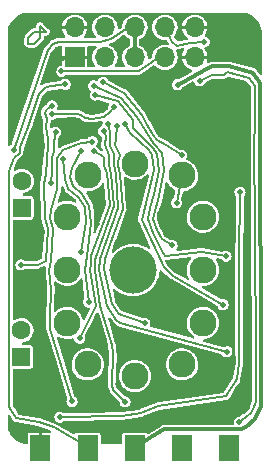
<source format=gbr>
%TF.GenerationSoftware,KiCad,Pcbnew,(6.0.0)*%
%TF.CreationDate,2023-04-30T17:40:05-04:00*%
%TF.ProjectId,nixitest1,6e697869-7465-4737-9431-2e6b69636164,rev?*%
%TF.SameCoordinates,Original*%
%TF.FileFunction,Copper,L2,Bot*%
%TF.FilePolarity,Positive*%
%FSLAX46Y46*%
G04 Gerber Fmt 4.6, Leading zero omitted, Abs format (unit mm)*
G04 Created by KiCad (PCBNEW (6.0.0)) date 2023-04-30 17:40:05*
%MOMM*%
%LPD*%
G01*
G04 APERTURE LIST*
G04 Aperture macros list*
%AMRoundRect*
0 Rectangle with rounded corners*
0 $1 Rounding radius*
0 $2 $3 $4 $5 $6 $7 $8 $9 X,Y pos of 4 corners*
0 Add a 4 corners polygon primitive as box body*
4,1,4,$2,$3,$4,$5,$6,$7,$8,$9,$2,$3,0*
0 Add four circle primitives for the rounded corners*
1,1,$1+$1,$2,$3*
1,1,$1+$1,$4,$5*
1,1,$1+$1,$6,$7*
1,1,$1+$1,$8,$9*
0 Add four rect primitives between the rounded corners*
20,1,$1+$1,$2,$3,$4,$5,0*
20,1,$1+$1,$4,$5,$6,$7,0*
20,1,$1+$1,$6,$7,$8,$9,0*
20,1,$1+$1,$8,$9,$2,$3,0*%
G04 Aperture macros list end*
%TA.AperFunction,WasherPad*%
%ADD10C,4.000000*%
%TD*%
%TA.AperFunction,ComponentPad*%
%ADD11C,2.280000*%
%TD*%
%TA.AperFunction,ComponentPad*%
%ADD12R,1.750000X2.250000*%
%TD*%
%TA.AperFunction,ComponentPad*%
%ADD13RoundRect,0.160000X0.640000X-0.640000X0.640000X0.640000X-0.640000X0.640000X-0.640000X-0.640000X0*%
%TD*%
%TA.AperFunction,ComponentPad*%
%ADD14C,1.600000*%
%TD*%
%TA.AperFunction,ComponentPad*%
%ADD15R,1.700000X1.700000*%
%TD*%
%TA.AperFunction,ComponentPad*%
%ADD16O,1.700000X1.700000*%
%TD*%
%TA.AperFunction,ViaPad*%
%ADD17C,0.500000*%
%TD*%
%TA.AperFunction,Conductor*%
%ADD18C,0.200000*%
%TD*%
%TA.AperFunction,Conductor*%
%ADD19C,0.300000*%
%TD*%
G04 APERTURE END LIST*
D10*
%TO.P,U2,*%
%TO.N,*%
X89850000Y-80020000D03*
D11*
%TO.P,U2,1,A*%
%TO.N,ANODE*%
X86000000Y-72000000D03*
%TO.P,U2,2,K0*%
%TO.N,CATH0*%
X84250000Y-75500000D03*
%TO.P,U2,3,K9*%
%TO.N,CATH1*%
X84250000Y-80000000D03*
X84250000Y-80000000D03*
%TO.P,U2,4,K8*%
%TO.N,CATH2*%
X84250000Y-84500000D03*
%TO.P,U2,5,K7*%
%TO.N,CATH3*%
X86000000Y-88000000D03*
%TO.P,U2,6,K6*%
%TO.N,CATH4*%
X90000000Y-89000000D03*
%TO.P,U2,7,K5*%
%TO.N,CATH5*%
X94000000Y-88000000D03*
%TO.P,U2,8,K4*%
%TO.N,CATH6*%
X95750000Y-84500000D03*
%TO.P,U2,9,K3*%
%TO.N,CATH7*%
X95750000Y-80000000D03*
%TO.P,U2,10,K2*%
%TO.N,CATH8*%
X95750000Y-75500000D03*
%TO.P,U2,11,K1*%
%TO.N,CATH9*%
X94000000Y-72000000D03*
%TO.P,U2,12,Kd*%
%TO.N,CATHDOT*%
X90000000Y-71000000D03*
%TD*%
D12*
%TO.P,J6,1,Pin_1*%
%TO.N,UTX*%
X98000000Y-95125000D03*
%TD*%
%TO.P,J5,1,Pin_1*%
%TO.N,PGM*%
X94000000Y-95125000D03*
%TD*%
%TO.P,J3,1,Pin_1*%
%TO.N,+5V*%
X90000000Y-95125000D03*
%TD*%
D13*
%TO.P,NE1,1*%
%TO.N,Net-(NE1-Pad1)*%
X80390000Y-87370000D03*
D14*
%TO.P,NE1,2*%
%TO.N,Net-(NE1-Pad2)*%
X80390000Y-85120000D03*
%TD*%
D13*
%TO.P,NE2,1*%
%TO.N,Net-(NE1-Pad2)*%
X80430000Y-74735000D03*
D14*
%TO.P,NE2,2*%
%TO.N,CATHAUX*%
X80430000Y-72485000D03*
%TD*%
D12*
%TO.P,J4,1,Pin_1*%
%TO.N,URX*%
X86000000Y-95125000D03*
%TD*%
%TO.P,J2,1,Pin_1*%
%TO.N,GND*%
X82000000Y-95125000D03*
%TD*%
D15*
%TO.P,J1,1,Pin_1*%
%TO.N,GND*%
X84910000Y-62020000D03*
D16*
%TO.P,J1,2,Pin_2*%
X84910000Y-59480000D03*
%TO.P,J1,3,Pin_3*%
%TO.N,PGM*%
X87450000Y-62020000D03*
%TO.P,J1,4,Pin_4*%
%TO.N,URX*%
X87450000Y-59480000D03*
%TO.P,J1,5,Pin_5*%
%TO.N,+5V*%
X89990000Y-62020000D03*
%TO.P,J1,6,Pin_6*%
X89990000Y-59480000D03*
%TO.P,J1,7,Pin_7*%
%TO.N,UTX*%
X92530000Y-62020000D03*
%TO.P,J1,8,Pin_8*%
%TO.N,PGM*%
X92530000Y-59480000D03*
%TO.P,J1,9,Pin_9*%
%TO.N,GND*%
X95070000Y-62020000D03*
%TO.P,J1,10,Pin_10*%
X95070000Y-59480000D03*
%TD*%
D17*
%TO.N,GND*%
X82125000Y-80250000D03*
X88575000Y-82300000D03*
X88720000Y-62380000D03*
X97270000Y-88300000D03*
X84975000Y-89425000D03*
X82570000Y-63610000D03*
X81000000Y-78375000D03*
X92030000Y-68440000D03*
X88420000Y-93150000D03*
X90113482Y-76523482D03*
X89040000Y-60480000D03*
X99410000Y-78010000D03*
X86300000Y-85100000D03*
X80840000Y-58550000D03*
X97510000Y-66580000D03*
X83840000Y-65660000D03*
X84070000Y-82770000D03*
X94625000Y-90125000D03*
X83930000Y-81600000D03*
X87650000Y-90410000D03*
X90340000Y-63850000D03*
X88770000Y-77570000D03*
X94650000Y-73740000D03*
X98440000Y-90780000D03*
X88650000Y-89900000D03*
X92210000Y-64930000D03*
X82375000Y-85525000D03*
X79920000Y-89230000D03*
X99610000Y-75170000D03*
X84240000Y-86150000D03*
X86750000Y-76120000D03*
X84730000Y-93340000D03*
X97300000Y-80875000D03*
X92200000Y-86730000D03*
X92960000Y-81330000D03*
X97500000Y-64500000D03*
X79610000Y-59700000D03*
X99510000Y-86480000D03*
X92160000Y-75200000D03*
X88700000Y-58780000D03*
X99490000Y-62320000D03*
X99420000Y-82030000D03*
X97930000Y-71140000D03*
X92770000Y-63490000D03*
X85090000Y-63800000D03*
X91420000Y-66640000D03*
X96920000Y-86040000D03*
X93940000Y-65180000D03*
X93800000Y-60200000D03*
X83390000Y-59990000D03*
X85950000Y-66550000D03*
X82660000Y-65380000D03*
X84800000Y-67700000D03*
X99470000Y-79830000D03*
X86600000Y-73600000D03*
X91280000Y-58830000D03*
X100440000Y-59970000D03*
X89050000Y-85630000D03*
X91270000Y-60970000D03*
X97210000Y-74600000D03*
X83775000Y-68950000D03*
X80525000Y-94350000D03*
X80125000Y-71125000D03*
X93900000Y-69180000D03*
X83500000Y-90225000D03*
X81510000Y-69290000D03*
X84100000Y-73825000D03*
X93180000Y-79440000D03*
X81500000Y-61810000D03*
X86160000Y-58560000D03*
X93800000Y-61600000D03*
X79550000Y-93150000D03*
X93000000Y-92000000D03*
X79520000Y-68070000D03*
X90625000Y-91375000D03*
X91500000Y-92625000D03*
X99480000Y-83830000D03*
X99110000Y-58530000D03*
X81500000Y-71500000D03*
X82160000Y-90150000D03*
%TO.N,HVCTL*%
X88225000Y-66225000D03*
X83020000Y-66810000D03*
%TO.N,DIG_0*%
X83925000Y-70650000D03*
X85450000Y-78510000D03*
%TO.N,DIG_1*%
X86075000Y-82725000D03*
X85425000Y-69975000D03*
%TO.N,DIG_6*%
X88470000Y-67850000D03*
X90830000Y-84510000D03*
%TO.N,DIG_7*%
X97450000Y-82950000D03*
X89200000Y-67675000D03*
%TO.N,DIG_2*%
X85320000Y-85800000D03*
X86500000Y-69960000D03*
%TO.N,DIG_3*%
X86375000Y-69150000D03*
X84680000Y-91150000D03*
%TO.N,DIG_8*%
X86650000Y-65200000D03*
X97710714Y-78839286D03*
%TO.N,DIG_9*%
X86500000Y-64425000D03*
X93140000Y-77940000D03*
%TO.N,CATH9*%
X93540000Y-74320000D03*
%TO.N,DIG_4*%
X89164031Y-91185969D03*
X87350000Y-68250000D03*
%TO.N,DIG_5*%
X97780000Y-86930000D03*
X87725000Y-67675000D03*
%TO.N,DIG_DOT*%
X83275000Y-68350000D03*
X82879536Y-72630464D03*
%TO.N,DIG_AUX*%
X80350000Y-79580000D03*
X82980000Y-66130000D03*
%TO.N,HVVMON*%
X87310000Y-64140000D03*
X93960000Y-70310000D03*
%TO.N,HV*%
X98890000Y-73420000D03*
X83650000Y-92470000D03*
%TO.N,+5V*%
X79750000Y-69820000D03*
X93610000Y-64320000D03*
%TO.N,PGM*%
X95860000Y-60700000D03*
%TO.N,URX*%
X84090000Y-64300000D03*
%TO.N,UTX*%
X83770000Y-63190000D03*
X95500000Y-64000000D03*
X98840000Y-92900000D03*
%TD*%
D18*
%TO.N,*%
X80970000Y-60360000D02*
X81470000Y-59860000D01*
X82470000Y-59860000D02*
X81970000Y-59360000D01*
X81970000Y-59360000D02*
X81970000Y-60360000D01*
X81470000Y-60860000D02*
X80970000Y-60860000D01*
X80970000Y-60860000D02*
X80970000Y-60360000D01*
X81470000Y-59860000D02*
X82470000Y-59860000D01*
X81970000Y-60360000D02*
X81470000Y-60860000D01*
%TO.N,GND*%
X97310000Y-58340000D02*
X99110000Y-58530000D01*
X91280000Y-58830000D02*
X91305749Y-58325749D01*
X83575000Y-63725000D02*
X83225000Y-63350000D01*
X80125000Y-71125000D02*
X81500000Y-71500000D01*
X86750000Y-76120000D02*
X86600000Y-73600000D01*
X87330000Y-63600000D02*
X85090000Y-63800000D01*
X85090000Y-63800000D02*
X83575000Y-63725000D01*
X83775000Y-68950000D02*
X84800000Y-67700000D01*
X91305749Y-58325749D02*
X97310000Y-58340000D01*
X88351263Y-58318737D02*
X88700000Y-58780000D01*
X90340000Y-63850000D02*
X87330000Y-63600000D01*
X84670000Y-58310000D02*
X88351263Y-58318737D01*
X83375000Y-62525000D02*
X84925000Y-61650000D01*
X85950000Y-66550000D02*
X85090000Y-63800000D01*
X80840000Y-58550000D02*
X84670000Y-58310000D01*
X83225000Y-63350000D02*
X83375000Y-62525000D01*
X88351263Y-58318737D02*
X91305749Y-58325749D01*
%TO.N,HVCTL*%
X87400000Y-67025000D02*
X87925000Y-66650000D01*
X86325000Y-67200000D02*
X87400000Y-67025000D01*
X83020000Y-66810000D02*
X85125000Y-66775000D01*
X85400000Y-66900000D02*
X85750000Y-67125000D01*
X85125000Y-66775000D02*
X85400000Y-66900000D01*
X87925000Y-66650000D02*
X88225000Y-66225000D01*
X85750000Y-67125000D02*
X86325000Y-67200000D01*
%TO.N,DIG_0*%
X85200000Y-73800000D02*
X84370000Y-73200000D01*
X85730000Y-74690000D02*
X85200000Y-73800000D01*
X84050000Y-72310000D02*
X83925000Y-70650000D01*
X85870000Y-75990000D02*
X85730000Y-74690000D01*
X85450000Y-78510000D02*
X85870000Y-75990000D01*
X84370000Y-73200000D02*
X84050000Y-72310000D01*
%TO.N,DIG_1*%
X86140000Y-74570000D02*
X86250000Y-76020000D01*
X85810000Y-79980000D02*
X86075000Y-82725000D01*
X85425000Y-69975000D02*
X84670000Y-71340000D01*
X84470000Y-72170000D02*
X84740000Y-72930000D01*
X85530000Y-73550000D02*
X86140000Y-74570000D01*
X84670000Y-71340000D02*
X84470000Y-72170000D01*
X85990000Y-78180000D02*
X85940000Y-78830000D01*
X84740000Y-72930000D02*
X85530000Y-73550000D01*
X85940000Y-78830000D02*
X85810000Y-79980000D01*
X86250000Y-76020000D02*
X85990000Y-78180000D01*
%TO.N,DIG_6*%
X87460000Y-79070000D02*
X87380000Y-79940000D01*
X88380000Y-68900000D02*
X88350000Y-69420000D01*
X88040000Y-82860000D02*
X88670000Y-83750000D01*
X88700000Y-70280000D02*
X88600000Y-70840000D01*
X88470000Y-67850000D02*
X88380000Y-68900000D01*
X88750000Y-71870000D02*
X88970000Y-74880000D01*
X88350000Y-69420000D02*
X88700000Y-70280000D01*
X87380000Y-79940000D02*
X88040000Y-82860000D01*
X88970000Y-74880000D02*
X88050000Y-77390000D01*
X88680000Y-71530000D02*
X88750000Y-71870000D01*
X88670000Y-83750000D02*
X90830000Y-84510000D01*
X88590000Y-71120000D02*
X88680000Y-71530000D01*
X88050000Y-77390000D02*
X87460000Y-79070000D01*
X88600000Y-70840000D02*
X88590000Y-71120000D01*
%TO.N,DIG_7*%
X97450000Y-82950000D02*
X93225000Y-80500000D01*
X91420000Y-70280000D02*
X91150000Y-69870000D01*
X93225000Y-80500000D02*
X92425000Y-79800000D01*
X92425000Y-79800000D02*
X90590000Y-75760000D01*
X91150000Y-69870000D02*
X89610000Y-68400000D01*
X91640000Y-71540000D02*
X91420000Y-70280000D01*
X90590000Y-75760000D02*
X91640000Y-71540000D01*
X89610000Y-68400000D02*
X89200000Y-67675000D01*
%TO.N,DIG_2*%
X86675000Y-83075000D02*
X86200000Y-80025000D01*
X87420000Y-71170000D02*
X87380000Y-70460000D01*
X85320000Y-85800000D02*
X86675000Y-83075000D01*
X87380000Y-70460000D02*
X86500000Y-69960000D01*
X87610000Y-71810000D02*
X87420000Y-71170000D01*
X86275000Y-79475000D02*
X86300000Y-78870000D01*
X87850000Y-74540000D02*
X87610000Y-71810000D01*
X86300000Y-78870000D02*
X87850000Y-74540000D01*
X86200000Y-80025000D02*
X86275000Y-79475000D01*
%TO.N,DIG_3*%
X82870000Y-79220000D02*
X82750000Y-79980000D01*
X82890000Y-74930000D02*
X82770000Y-75590000D01*
X82875000Y-81675000D02*
X82775000Y-83900000D01*
X82825000Y-85000000D02*
X84680000Y-91150000D01*
X83420000Y-73200000D02*
X82890000Y-74930000D01*
X83430000Y-71180000D02*
X83420000Y-73200000D01*
X82775000Y-83900000D02*
X82825000Y-85000000D01*
X83380000Y-70500000D02*
X83430000Y-71180000D01*
X83950000Y-69850000D02*
X83380000Y-70500000D01*
X82750000Y-79980000D02*
X82875000Y-81675000D01*
X85475000Y-69275000D02*
X83950000Y-69850000D01*
X86375000Y-69150000D02*
X85475000Y-69275000D01*
X82770000Y-75590000D02*
X83050000Y-76510000D01*
X83050000Y-76510000D02*
X82870000Y-79220000D01*
%TO.N,DIG_8*%
X91520000Y-76890000D02*
X91130000Y-75690000D01*
X88600000Y-65750000D02*
X86650000Y-65200000D01*
X91500000Y-69690000D02*
X90930000Y-69090000D01*
X92250000Y-78375000D02*
X91520000Y-76890000D01*
X91130000Y-75690000D02*
X91300000Y-74740000D01*
X91630000Y-73610000D02*
X92040000Y-71630000D01*
X89825000Y-67350000D02*
X88600000Y-65750000D01*
X90930000Y-69090000D02*
X89825000Y-67975000D01*
X89825000Y-67975000D02*
X89825000Y-67350000D01*
X97710714Y-78839286D02*
X95675000Y-78475000D01*
X91840000Y-70210000D02*
X91500000Y-69690000D01*
X91300000Y-74740000D02*
X91630000Y-73610000D01*
X92550000Y-78825000D02*
X92250000Y-78375000D01*
X95675000Y-78475000D02*
X92550000Y-78825000D01*
X92040000Y-71630000D02*
X91840000Y-70210000D01*
%TO.N,DIG_9*%
X92450000Y-71540000D02*
X92320000Y-70070000D01*
X92260000Y-77390000D02*
X91870000Y-76640000D01*
X91520000Y-75670000D02*
X91660000Y-74990000D01*
X90200000Y-67075000D02*
X88825000Y-65425000D01*
X92320000Y-70070000D02*
X91630000Y-69310000D01*
X90600000Y-67760000D02*
X90200000Y-67075000D01*
X91960000Y-74120000D02*
X92210000Y-72920000D01*
X91870000Y-76640000D02*
X91520000Y-75670000D01*
X91250000Y-68870000D02*
X90600000Y-67760000D01*
X91630000Y-69310000D02*
X91250000Y-68870000D01*
X91660000Y-74990000D02*
X91960000Y-74120000D01*
X93140000Y-77940000D02*
X92260000Y-77390000D01*
X92210000Y-72920000D02*
X92450000Y-71540000D01*
X88825000Y-65425000D02*
X86500000Y-64425000D01*
%TO.N,CATH9*%
X93540000Y-74320000D02*
X94000000Y-72000000D01*
%TO.N,DIG_4*%
X86600000Y-80025000D02*
X86650000Y-79200000D01*
X88220000Y-74600000D02*
X87990000Y-71900000D01*
X87990000Y-71900000D02*
X87840000Y-71140000D01*
X87075000Y-83025000D02*
X86600000Y-80025000D01*
X88025000Y-89750000D02*
X88120000Y-87050000D01*
X87525000Y-68675000D02*
X87350000Y-68250000D01*
X86740000Y-78900000D02*
X88220000Y-74600000D01*
X87840000Y-71140000D02*
X87830000Y-70300000D01*
X87830000Y-70300000D02*
X87450000Y-69400000D01*
X88120000Y-87050000D02*
X88050000Y-86400000D01*
X87450000Y-69400000D02*
X87525000Y-68675000D01*
X89164031Y-91185969D02*
X88175000Y-90200000D01*
X88050000Y-86400000D02*
X87075000Y-83025000D01*
X86650000Y-79200000D02*
X86740000Y-78900000D01*
X88175000Y-90200000D02*
X88025000Y-89750000D01*
%TO.N,DIG_5*%
X88220000Y-70180000D02*
X87875000Y-69500000D01*
X87875000Y-69500000D02*
X87900000Y-68850000D01*
X88380000Y-71860000D02*
X88210000Y-71140000D01*
X87900000Y-68850000D02*
X87925000Y-68300000D01*
X86975000Y-80000000D02*
X87050000Y-79125000D01*
X88600000Y-74730000D02*
X88380000Y-71860000D01*
X87925000Y-68300000D02*
X87725000Y-67675000D01*
X88425000Y-84225000D02*
X87625000Y-83075000D01*
X88775000Y-84500000D02*
X88425000Y-84225000D01*
X88210000Y-71140000D02*
X88220000Y-70180000D01*
X87625000Y-83075000D02*
X86975000Y-80000000D01*
X97780000Y-86930000D02*
X88775000Y-84500000D01*
X87050000Y-79125000D02*
X88600000Y-74730000D01*
%TO.N,DIG_DOT*%
X82879536Y-72630464D02*
X82980000Y-71640000D01*
X83140000Y-69950000D02*
X83175000Y-69150000D01*
X83175000Y-69150000D02*
X83275000Y-68350000D01*
X82990000Y-70520000D02*
X83140000Y-69950000D01*
X82980000Y-71640000D02*
X82990000Y-70520000D01*
%TO.N,DIG_AUX*%
X82390000Y-75640000D02*
X82670000Y-76550000D01*
X82675000Y-69450000D02*
X82640000Y-68960000D01*
X82640000Y-68960000D02*
X82510000Y-67870000D01*
X82550000Y-67270000D02*
X82360000Y-66700000D01*
X82550000Y-66360000D02*
X82360000Y-66700000D01*
X82675000Y-69450000D02*
X82450000Y-71890000D01*
X82430000Y-79280000D02*
X81760000Y-79600000D01*
X82450000Y-71890000D02*
X82300000Y-72770000D01*
X82980000Y-66130000D02*
X82550000Y-66360000D01*
X82510000Y-67870000D02*
X82550000Y-67270000D01*
X81760000Y-79600000D02*
X80350000Y-79580000D01*
X82300000Y-72770000D02*
X82390000Y-75640000D01*
X82670000Y-76550000D02*
X82430000Y-79280000D01*
%TO.N,HVVMON*%
X89050000Y-65000000D02*
X87310000Y-64140000D01*
X93960000Y-70310000D02*
X92620000Y-69400000D01*
X91500000Y-68590000D02*
X90950000Y-67580000D01*
X90600000Y-66900000D02*
X89050000Y-65000000D01*
X91830000Y-68990000D02*
X91500000Y-68590000D01*
X90950000Y-67580000D02*
X90600000Y-66900000D01*
X92620000Y-69400000D02*
X91830000Y-68990000D01*
%TO.N,HV*%
X98850000Y-87860000D02*
X98610000Y-89270000D01*
X97730000Y-90710000D02*
X91990000Y-91540000D01*
X98790000Y-86700000D02*
X98850000Y-87860000D01*
X88890000Y-92370000D02*
X83650000Y-92470000D01*
X91990000Y-91540000D02*
X90480000Y-92140000D01*
X98820000Y-79000000D02*
X98790000Y-86700000D01*
X90480000Y-92140000D02*
X88890000Y-92370000D01*
X98890000Y-73420000D02*
X98820000Y-79000000D01*
X98610000Y-89270000D02*
X97730000Y-90710000D01*
%TO.N,+5V*%
X79750000Y-69820000D02*
X82620000Y-61400000D01*
X87940000Y-60500000D02*
X90005000Y-59110000D01*
D19*
X97970000Y-62780000D02*
X100020000Y-63310000D01*
D18*
X83090000Y-60840000D02*
X83560000Y-60690000D01*
D19*
X100140000Y-92630000D02*
X99430000Y-93270000D01*
D18*
X82620000Y-61400000D02*
X83090000Y-60840000D01*
D19*
X89990000Y-62020000D02*
X89990000Y-59480000D01*
X93610000Y-64320000D02*
X96500000Y-62770000D01*
X100020000Y-63310000D02*
X100600803Y-64220803D01*
D18*
X83560000Y-60690000D02*
X87010000Y-60710000D01*
X87010000Y-60710000D02*
X87940000Y-60500000D01*
D19*
X100600803Y-64220803D02*
X100660000Y-91560000D01*
X96500000Y-62770000D02*
X97970000Y-62780000D01*
X92500000Y-93500000D02*
X90000000Y-95000000D01*
X100660000Y-91560000D02*
X100140000Y-92630000D01*
X99000000Y-93500000D02*
X92500000Y-93500000D01*
X99430000Y-93270000D02*
X99000000Y-93500000D01*
D18*
%TO.N,PGM*%
X93160000Y-60690000D02*
X92530000Y-59480000D01*
X94620000Y-60800000D02*
X93590000Y-61010000D01*
X95860000Y-60700000D02*
X94620000Y-60800000D01*
X93590000Y-61010000D02*
X93160000Y-60690000D01*
%TO.N,URX*%
X81070000Y-67630000D02*
X81870000Y-65130000D01*
X83150000Y-93340000D02*
X81900000Y-92880000D01*
X79360000Y-91610000D02*
X79330000Y-87790000D01*
X79930000Y-92570000D02*
X79520000Y-91860000D01*
X80270000Y-69610000D02*
X80840000Y-68140000D01*
X81900000Y-92880000D02*
X79930000Y-92570000D01*
X80840000Y-68140000D02*
X81070000Y-67630000D01*
X79740000Y-70570000D02*
X80240000Y-70070000D01*
X86000000Y-95000000D02*
X83150000Y-93340000D01*
X79330000Y-87790000D02*
X79330000Y-71640000D01*
X82440000Y-64530000D02*
X84090000Y-64300000D01*
X81870000Y-65130000D02*
X82440000Y-64530000D01*
X79520000Y-91860000D02*
X79360000Y-91610000D01*
X79330000Y-71640000D02*
X79740000Y-70570000D01*
X80240000Y-70070000D02*
X80270000Y-69610000D01*
%TO.N,UTX*%
X98840000Y-92900000D02*
X99380000Y-92440000D01*
X97820000Y-63290000D02*
X97500000Y-63500000D01*
X99810000Y-92100000D02*
X100010000Y-91810000D01*
X99660000Y-63770000D02*
X97820000Y-63290000D01*
X100130000Y-64480000D02*
X99660000Y-63770000D01*
X100010000Y-91810000D02*
X100240000Y-91180000D01*
X99380000Y-92440000D02*
X99810000Y-92100000D01*
X83770000Y-63190000D02*
X90310000Y-63180000D01*
X97500000Y-63500000D02*
X96500000Y-63500000D01*
X90310000Y-63180000D02*
X92545000Y-61650000D01*
X100240000Y-91180000D02*
X100180000Y-73110000D01*
X100180000Y-73110000D02*
X100110000Y-72530000D01*
X96500000Y-63500000D02*
X95500000Y-64000000D01*
X100110000Y-72530000D02*
X100130000Y-64480000D01*
%TD*%
%TA.AperFunction,Conductor*%
%TO.N,GND*%
G36*
X79417183Y-92324046D02*
G01*
X79423392Y-92333607D01*
X79596400Y-92633205D01*
X79625074Y-92682860D01*
X79625782Y-92684344D01*
X79626288Y-92686932D01*
X79629817Y-92692792D01*
X79629819Y-92692796D01*
X79653415Y-92731976D01*
X79654433Y-92733702D01*
X79666474Y-92754554D01*
X79668108Y-92756501D01*
X79669140Y-92758089D01*
X79679676Y-92775584D01*
X79679678Y-92775586D01*
X79684598Y-92783756D01*
X79692016Y-92789751D01*
X79692018Y-92789753D01*
X79696236Y-92793162D01*
X79711212Y-92807863D01*
X79714696Y-92812014D01*
X79714698Y-92812016D01*
X79720830Y-92819322D01*
X79740683Y-92830782D01*
X79754685Y-92840395D01*
X79772507Y-92854797D01*
X79781529Y-92857893D01*
X79781528Y-92857893D01*
X79786650Y-92859651D01*
X79805759Y-92868347D01*
X79818717Y-92875827D01*
X79828108Y-92877482D01*
X79848213Y-92881025D01*
X79850077Y-92881420D01*
X79852482Y-92882246D01*
X79857175Y-92882985D01*
X79857181Y-92882986D01*
X79871880Y-92885299D01*
X79876312Y-92885996D01*
X79878205Y-92886311D01*
X79930028Y-92895444D01*
X79932620Y-92894987D01*
X79934259Y-92895115D01*
X81808354Y-93190023D01*
X81829054Y-93195405D01*
X82813977Y-93557856D01*
X82843463Y-93568707D01*
X82896400Y-93610369D01*
X82914738Y-93675191D01*
X82891473Y-93738412D01*
X82835491Y-93775884D01*
X82805819Y-93780000D01*
X82127262Y-93780000D01*
X82113297Y-93784538D01*
X82110000Y-93789076D01*
X82110000Y-95126000D01*
X82089183Y-95190069D01*
X82034683Y-95229665D01*
X82001000Y-95235000D01*
X81999000Y-95235000D01*
X81934931Y-95214183D01*
X81895335Y-95159683D01*
X81890000Y-95126000D01*
X81890000Y-93797263D01*
X81885462Y-93783298D01*
X81880924Y-93780001D01*
X81108686Y-93780001D01*
X81098085Y-93781045D01*
X81049690Y-93790671D01*
X81030233Y-93798730D01*
X80975318Y-93835423D01*
X80960423Y-93850318D01*
X80923729Y-93905234D01*
X80915671Y-93924687D01*
X80906043Y-93973088D01*
X80905000Y-93983684D01*
X80905000Y-94656131D01*
X80884183Y-94720200D01*
X80829683Y-94759796D01*
X80788224Y-94764853D01*
X80754456Y-94762438D01*
X80739063Y-94760225D01*
X80506133Y-94709555D01*
X80491223Y-94705178D01*
X80267850Y-94621864D01*
X80253725Y-94615412D01*
X80044501Y-94501168D01*
X80031418Y-94492760D01*
X79840593Y-94349910D01*
X79828839Y-94339726D01*
X79660274Y-94171161D01*
X79650090Y-94159407D01*
X79507240Y-93968582D01*
X79498832Y-93955499D01*
X79449375Y-93864925D01*
X79384588Y-93746275D01*
X79378136Y-93732150D01*
X79294822Y-93508777D01*
X79290445Y-93493867D01*
X79239775Y-93260937D01*
X79237562Y-93245544D01*
X79230691Y-93149475D01*
X79222187Y-93030578D01*
X79222771Y-93021267D01*
X79222216Y-93021267D01*
X79222216Y-93010529D01*
X79224310Y-93000000D01*
X79222095Y-92988865D01*
X79220000Y-92967599D01*
X79220000Y-92388115D01*
X79240817Y-92324046D01*
X79295317Y-92284450D01*
X79362683Y-92284450D01*
X79417183Y-92324046D01*
G37*
%TD.AperFunction*%
%TA.AperFunction,Conductor*%
G36*
X94868875Y-58240817D02*
G01*
X94908471Y-58295317D01*
X94908471Y-58362683D01*
X94868875Y-58417183D01*
X94835581Y-58433565D01*
X94672348Y-58481607D01*
X94662506Y-58485584D01*
X94486000Y-58577859D01*
X94477118Y-58583671D01*
X94321886Y-58708480D01*
X94314317Y-58715892D01*
X94186282Y-58868478D01*
X94180290Y-58877229D01*
X94084335Y-59051772D01*
X94080155Y-59061523D01*
X94019928Y-59251382D01*
X94017724Y-59261751D01*
X94007506Y-59352843D01*
X94010460Y-59367229D01*
X94012335Y-59368942D01*
X94017230Y-59370000D01*
X96117129Y-59370000D01*
X96131094Y-59365462D01*
X96132826Y-59363078D01*
X96133292Y-59358792D01*
X96125220Y-59276469D01*
X96123159Y-59266060D01*
X96065593Y-59075390D01*
X96061545Y-59065568D01*
X95968044Y-58889720D01*
X95962165Y-58880871D01*
X95836283Y-58726524D01*
X95828807Y-58718997D01*
X95675336Y-58592034D01*
X95666546Y-58586105D01*
X95491333Y-58491367D01*
X95481557Y-58487258D01*
X95306682Y-58433125D01*
X95251634Y-58394293D01*
X95229925Y-58330522D01*
X95249845Y-58266169D01*
X95303787Y-58225815D01*
X95338914Y-58220000D01*
X98967599Y-58220000D01*
X98988865Y-58222095D01*
X99000000Y-58224310D01*
X99010529Y-58222216D01*
X99021267Y-58222216D01*
X99021267Y-58222771D01*
X99030578Y-58222187D01*
X99163433Y-58231689D01*
X99245544Y-58237562D01*
X99260937Y-58239775D01*
X99493867Y-58290445D01*
X99508777Y-58294822D01*
X99732150Y-58378136D01*
X99746275Y-58384588D01*
X99835165Y-58433125D01*
X99955499Y-58498832D01*
X99968582Y-58507240D01*
X100159407Y-58650090D01*
X100171161Y-58660274D01*
X100339726Y-58828839D01*
X100349910Y-58840593D01*
X100492760Y-59031418D01*
X100501168Y-59044501D01*
X100612665Y-59248692D01*
X100615410Y-59253720D01*
X100621864Y-59267850D01*
X100705178Y-59491223D01*
X100709555Y-59506133D01*
X100760225Y-59739063D01*
X100762438Y-59754456D01*
X100776630Y-59952876D01*
X100777813Y-59969419D01*
X100777229Y-59978733D01*
X100777784Y-59978733D01*
X100777784Y-59989471D01*
X100775690Y-60000000D01*
X100777785Y-60010530D01*
X100777905Y-60011135D01*
X100780000Y-60032401D01*
X100780000Y-63439068D01*
X100759183Y-63503137D01*
X100704683Y-63542733D01*
X100637317Y-63542733D01*
X100579096Y-63497674D01*
X100578003Y-63495959D01*
X100364490Y-63161133D01*
X100359712Y-63151091D01*
X100359295Y-63151311D01*
X100355093Y-63143342D01*
X100352255Y-63134789D01*
X100326727Y-63101223D01*
X100321588Y-63093855D01*
X100315842Y-63084844D01*
X100308677Y-63076880D01*
X100302963Y-63069976D01*
X100283041Y-63043781D01*
X100277589Y-63036612D01*
X100270108Y-63031595D01*
X100265368Y-63027129D01*
X100260243Y-63023041D01*
X100254215Y-63016341D01*
X100217601Y-62995941D01*
X100209962Y-62991262D01*
X100180847Y-62971737D01*
X100180846Y-62971737D01*
X100175146Y-62967914D01*
X100170009Y-62966101D01*
X100168171Y-62965626D01*
X100162936Y-62963398D01*
X100162819Y-62963726D01*
X100154338Y-62960693D01*
X100146466Y-62956307D01*
X100137600Y-62954708D01*
X100137598Y-62954707D01*
X100103026Y-62948471D01*
X100095093Y-62946732D01*
X98084276Y-62426862D01*
X98074745Y-62423927D01*
X98043552Y-62412734D01*
X98043550Y-62412733D01*
X98037097Y-62410418D01*
X98031673Y-62409911D01*
X98019938Y-62409831D01*
X97992331Y-62409643D01*
X97983490Y-62409224D01*
X97950128Y-62406279D01*
X97950127Y-62406279D01*
X97941154Y-62405487D01*
X97932407Y-62407644D01*
X97923426Y-62408336D01*
X97923386Y-62407817D01*
X97912507Y-62409100D01*
X97229344Y-62404453D01*
X96543166Y-62399785D01*
X96524900Y-62398117D01*
X96512765Y-62395968D01*
X96512764Y-62395968D01*
X96503894Y-62394397D01*
X96494997Y-62395783D01*
X96494992Y-62395783D01*
X96472687Y-62399258D01*
X96472304Y-62399302D01*
X96471743Y-62399299D01*
X96442584Y-62403949D01*
X96442327Y-62403990D01*
X96382020Y-62413386D01*
X96381201Y-62413738D01*
X96380749Y-62413810D01*
X96379539Y-62414452D01*
X96377015Y-62415537D01*
X96371649Y-62418415D01*
X96371646Y-62418416D01*
X96330995Y-62440218D01*
X96330584Y-62440438D01*
X96273699Y-62470634D01*
X96271802Y-62471641D01*
X96271289Y-62472188D01*
X96270799Y-62472504D01*
X96252259Y-62482448D01*
X96240021Y-62489011D01*
X96173721Y-62500946D01*
X96113068Y-62471631D01*
X96081229Y-62412264D01*
X96085078Y-62358547D01*
X96116775Y-62263262D01*
X96119126Y-62252914D01*
X96132490Y-62147128D01*
X96129738Y-62132702D01*
X96128186Y-62131244D01*
X96122619Y-62130000D01*
X94022688Y-62130000D01*
X94008723Y-62134538D01*
X94006752Y-62137250D01*
X94006336Y-62140843D01*
X94012042Y-62208785D01*
X94013954Y-62219207D01*
X94068856Y-62410673D01*
X94072765Y-62420544D01*
X94163806Y-62597692D01*
X94169551Y-62606607D01*
X94293271Y-62762704D01*
X94300641Y-62770336D01*
X94452327Y-62899430D01*
X94461028Y-62905478D01*
X94634903Y-63002653D01*
X94644625Y-63006900D01*
X94793810Y-63055373D01*
X94848310Y-63094970D01*
X94869127Y-63159038D01*
X94848310Y-63223107D01*
X94811645Y-63255095D01*
X94243539Y-63559789D01*
X93735797Y-63832108D01*
X93726847Y-63836908D01*
X93674664Y-63849849D01*
X93639861Y-63849636D01*
X93553256Y-63849107D01*
X93553253Y-63849107D01*
X93545489Y-63849060D01*
X93538022Y-63851194D01*
X93423370Y-63883961D01*
X93423367Y-63883962D01*
X93415905Y-63886095D01*
X93409338Y-63890239D01*
X93409337Y-63890239D01*
X93327614Y-63941803D01*
X93301924Y-63958012D01*
X93212709Y-64059029D01*
X93205232Y-64074954D01*
X93160111Y-64171060D01*
X93155432Y-64181025D01*
X93134697Y-64314193D01*
X93152172Y-64447828D01*
X93206451Y-64571187D01*
X93293172Y-64674353D01*
X93299635Y-64678655D01*
X93398903Y-64744734D01*
X93398906Y-64744735D01*
X93405362Y-64749033D01*
X93412764Y-64751346D01*
X93412767Y-64751347D01*
X93516186Y-64783657D01*
X93534002Y-64789223D01*
X93601377Y-64790458D01*
X93660990Y-64791551D01*
X93660992Y-64791551D01*
X93668752Y-64791693D01*
X93698228Y-64783657D01*
X93791286Y-64758287D01*
X93791287Y-64758286D01*
X93798779Y-64756244D01*
X93913631Y-64685725D01*
X94004073Y-64585806D01*
X94025796Y-64540970D01*
X94072370Y-64492440D01*
X94885488Y-64056339D01*
X94951788Y-64044403D01*
X95012441Y-64073716D01*
X95041429Y-64122146D01*
X95042172Y-64127828D01*
X95096451Y-64251187D01*
X95183172Y-64354353D01*
X95189635Y-64358655D01*
X95288903Y-64424734D01*
X95288906Y-64424735D01*
X95295362Y-64429033D01*
X95302764Y-64431346D01*
X95302767Y-64431347D01*
X95416592Y-64466908D01*
X95424002Y-64469223D01*
X95491377Y-64470458D01*
X95550990Y-64471551D01*
X95550992Y-64471551D01*
X95558752Y-64471693D01*
X95620206Y-64454939D01*
X95681286Y-64438287D01*
X95681287Y-64438286D01*
X95688779Y-64436244D01*
X95803631Y-64365725D01*
X95894073Y-64265806D01*
X95944724Y-64161261D01*
X95994070Y-64111295D01*
X96552646Y-63832007D01*
X96601392Y-63820500D01*
X97446685Y-63820500D01*
X97454395Y-63820953D01*
X97461889Y-63823205D01*
X97506051Y-63820678D01*
X97512277Y-63820500D01*
X97528038Y-63820500D01*
X97532726Y-63819674D01*
X97536720Y-63819324D01*
X97543493Y-63818536D01*
X97553347Y-63817972D01*
X97565212Y-63817293D01*
X97565214Y-63817293D01*
X97574730Y-63816748D01*
X97583488Y-63812981D01*
X97589230Y-63811626D01*
X97596360Y-63809496D01*
X97601918Y-63807473D01*
X97611308Y-63805817D01*
X97638392Y-63790181D01*
X97644533Y-63787100D01*
X97648037Y-63785215D01*
X97652403Y-63783337D01*
X97665594Y-63774681D01*
X97670876Y-63771426D01*
X97709191Y-63749305D01*
X97714222Y-63743310D01*
X97720417Y-63738703D01*
X97766442Y-63708499D01*
X97836362Y-63662614D01*
X97901348Y-63644866D01*
X97923678Y-63648273D01*
X99420086Y-64038640D01*
X99476824Y-64074954D01*
X99483461Y-64083942D01*
X99791069Y-64548627D01*
X99809179Y-64609065D01*
X99789528Y-72518054D01*
X99789367Y-72523711D01*
X99788449Y-72540566D01*
X99789020Y-72545293D01*
X99789138Y-72548894D01*
X99789443Y-72552481D01*
X99789431Y-72557242D01*
X99790247Y-72561938D01*
X99792319Y-72573863D01*
X99793142Y-72579453D01*
X99813988Y-72752172D01*
X99858801Y-73123481D01*
X99859585Y-73136179D01*
X99919247Y-91104378D01*
X99912638Y-91142120D01*
X99841317Y-91337479D01*
X99737557Y-91621693D01*
X99727722Y-91648632D01*
X99715063Y-91673132D01*
X99588575Y-91856540D01*
X99582764Y-91864966D01*
X99560640Y-91888584D01*
X99202287Y-92171933D01*
X99197861Y-92175253D01*
X99197604Y-92175436D01*
X99193510Y-92177840D01*
X99189898Y-92180917D01*
X99189895Y-92180919D01*
X99178127Y-92190944D01*
X99175051Y-92193469D01*
X99159221Y-92205985D01*
X99156059Y-92209539D01*
X99155850Y-92209736D01*
X99151730Y-92213431D01*
X98928561Y-92403537D01*
X98866290Y-92429236D01*
X98857218Y-92429559D01*
X98829539Y-92429390D01*
X98783256Y-92429107D01*
X98783253Y-92429107D01*
X98775489Y-92429060D01*
X98768022Y-92431194D01*
X98653370Y-92463961D01*
X98653367Y-92463962D01*
X98645905Y-92466095D01*
X98531924Y-92538012D01*
X98442709Y-92639029D01*
X98439408Y-92646060D01*
X98389765Y-92751797D01*
X98385432Y-92761025D01*
X98364697Y-92894193D01*
X98379366Y-93006368D01*
X98367032Y-93072593D01*
X98318126Y-93118922D01*
X98271286Y-93129500D01*
X92530731Y-93129500D01*
X92516907Y-93128620D01*
X92494753Y-93125787D01*
X92494751Y-93125787D01*
X92485818Y-93124645D01*
X92434261Y-93135241D01*
X92430237Y-93135989D01*
X92391228Y-93142482D01*
X92378329Y-93144629D01*
X92372231Y-93147919D01*
X92371717Y-93148094D01*
X92364999Y-93149475D01*
X92360104Y-93151864D01*
X92358074Y-93153082D01*
X92319225Y-93176392D01*
X92314904Y-93178852D01*
X92269778Y-93203200D01*
X92264959Y-93208414D01*
X92258579Y-93212779D01*
X91171669Y-93864925D01*
X91106020Y-93880037D01*
X91044027Y-93853676D01*
X91039769Y-93849704D01*
X91033972Y-93841028D01*
X90961035Y-93792293D01*
X90950505Y-93790199D01*
X90950504Y-93790198D01*
X90922047Y-93784538D01*
X90896719Y-93779500D01*
X90000084Y-93779500D01*
X89103282Y-93779501D01*
X89038965Y-93792293D01*
X88966028Y-93841028D01*
X88960062Y-93849957D01*
X88960061Y-93849958D01*
X88957577Y-93853676D01*
X88917293Y-93913965D01*
X88915199Y-93924494D01*
X88915198Y-93924496D01*
X88913847Y-93931290D01*
X88904500Y-93978281D01*
X88904500Y-94671000D01*
X88883683Y-94735069D01*
X88829183Y-94774665D01*
X88795500Y-94780000D01*
X87204499Y-94780000D01*
X87140430Y-94759183D01*
X87100834Y-94704683D01*
X87095499Y-94671000D01*
X87095499Y-93978282D01*
X87082707Y-93913965D01*
X87050561Y-93865855D01*
X87039939Y-93849958D01*
X87039938Y-93849957D01*
X87033972Y-93841028D01*
X86961035Y-93792293D01*
X86950505Y-93790199D01*
X86950504Y-93790198D01*
X86922047Y-93784538D01*
X86896719Y-93779500D01*
X86000084Y-93779500D01*
X85103282Y-93779501D01*
X85038965Y-93792293D01*
X84966028Y-93841028D01*
X84942771Y-93875835D01*
X84933584Y-93889584D01*
X84880681Y-93931290D01*
X84813367Y-93933935D01*
X84788094Y-93923215D01*
X83383972Y-93105377D01*
X83339087Y-93055143D01*
X83338034Y-93044745D01*
X83319011Y-93051801D01*
X83276900Y-93045186D01*
X83258396Y-93038377D01*
X83207737Y-93019719D01*
X83207699Y-93019719D01*
X83207681Y-93019714D01*
X82631998Y-92807863D01*
X82061796Y-92598029D01*
X82059939Y-92597180D01*
X82057494Y-92595203D01*
X82049971Y-92592621D01*
X82008507Y-92578390D01*
X82006249Y-92577587D01*
X81988834Y-92571178D01*
X81988831Y-92571177D01*
X81984374Y-92569537D01*
X81980881Y-92568908D01*
X81977518Y-92567754D01*
X81964655Y-92565730D01*
X81954480Y-92564129D01*
X81952113Y-92563730D01*
X81922395Y-92558381D01*
X81901157Y-92554558D01*
X81898059Y-92555093D01*
X81896025Y-92554930D01*
X81319403Y-92464193D01*
X83174697Y-92464193D01*
X83192172Y-92597828D01*
X83246451Y-92721187D01*
X83333172Y-92824353D01*
X83339635Y-92828655D01*
X83374941Y-92852157D01*
X83416739Y-92904988D01*
X83416846Y-92907593D01*
X83427853Y-92902743D01*
X83471336Y-92907148D01*
X83545121Y-92930200D01*
X83566487Y-92936875D01*
X83574002Y-92939223D01*
X83641377Y-92940458D01*
X83700990Y-92941551D01*
X83700992Y-92941551D01*
X83708752Y-92941693D01*
X83750575Y-92930291D01*
X83831286Y-92908287D01*
X83831287Y-92908286D01*
X83838779Y-92906244D01*
X83856369Y-92895444D01*
X83947013Y-92839789D01*
X83947016Y-92839787D01*
X83953631Y-92835725D01*
X83968950Y-92818801D01*
X84027377Y-92785272D01*
X84047680Y-92782969D01*
X88885394Y-92690647D01*
X88890837Y-92690679D01*
X88895173Y-92690813D01*
X88908135Y-92691213D01*
X88912848Y-92690531D01*
X88916117Y-92690347D01*
X88919384Y-92689998D01*
X88924148Y-92689907D01*
X88941150Y-92686573D01*
X88946480Y-92685666D01*
X90473048Y-92464842D01*
X90481388Y-92464119D01*
X90489487Y-92465305D01*
X90498826Y-92463376D01*
X90498827Y-92463376D01*
X90532199Y-92456483D01*
X90538644Y-92455353D01*
X90548919Y-92453867D01*
X90548921Y-92453867D01*
X90553633Y-92453185D01*
X90558152Y-92451697D01*
X90560609Y-92451119D01*
X90565208Y-92449891D01*
X90567633Y-92449165D01*
X90572294Y-92448202D01*
X90577770Y-92446026D01*
X90586386Y-92442603D01*
X90592531Y-92440372D01*
X90624890Y-92429713D01*
X90633943Y-92426731D01*
X90640371Y-92421668D01*
X90647962Y-92418136D01*
X92061310Y-91856540D01*
X92085961Y-91849958D01*
X97720555Y-91035199D01*
X97721030Y-91035171D01*
X97721881Y-91035343D01*
X97776735Y-91027075D01*
X97777267Y-91026998D01*
X97803616Y-91023188D01*
X97804424Y-91022922D01*
X97804875Y-91022835D01*
X97833645Y-91018499D01*
X97842020Y-91013938D01*
X97842024Y-91013937D01*
X97849140Y-91010062D01*
X97867175Y-91002257D01*
X97867229Y-91002239D01*
X97883928Y-90996740D01*
X97899824Y-90984219D01*
X97915141Y-90974120D01*
X97924532Y-90969006D01*
X97924533Y-90969006D01*
X97932907Y-90964445D01*
X97944581Y-90951218D01*
X97958854Y-90937721D01*
X97965224Y-90932703D01*
X97965225Y-90932702D01*
X97972716Y-90926801D01*
X97977738Y-90918693D01*
X97988032Y-90902073D01*
X97988295Y-90901685D01*
X97988856Y-90901049D01*
X98002820Y-90878200D01*
X98003159Y-90877649D01*
X98030929Y-90832811D01*
X98032229Y-90830712D01*
X98032406Y-90829861D01*
X98032616Y-90829441D01*
X98512087Y-90044852D01*
X98867367Y-89463485D01*
X98876453Y-89450768D01*
X98892803Y-89431046D01*
X98896013Y-89422062D01*
X98909593Y-89384054D01*
X98910773Y-89380904D01*
X98917567Y-89363594D01*
X98928990Y-89334491D01*
X98929629Y-89308891D01*
X98931140Y-89293323D01*
X98931236Y-89292763D01*
X99157013Y-87966316D01*
X99158269Y-87961024D01*
X99161158Y-87955363D01*
X99166878Y-87909037D01*
X99167597Y-87904136D01*
X99170660Y-87886139D01*
X99170632Y-87881376D01*
X99170844Y-87878770D01*
X99170937Y-87876166D01*
X99171520Y-87871445D01*
X99171274Y-87866698D01*
X99171275Y-87866683D01*
X99170579Y-87853235D01*
X99170435Y-87848251D01*
X99170215Y-87811121D01*
X99170215Y-87811119D01*
X99170158Y-87801586D01*
X99167950Y-87795628D01*
X99167319Y-87790215D01*
X99110689Y-86695363D01*
X99110544Y-86689308D01*
X99125096Y-82954215D01*
X99140491Y-79002983D01*
X99140498Y-79002102D01*
X99140817Y-78976733D01*
X99193823Y-74751347D01*
X99205593Y-73813158D01*
X99227212Y-73749355D01*
X99233772Y-73741378D01*
X99278863Y-73691562D01*
X99284073Y-73685806D01*
X99306662Y-73639183D01*
X99312495Y-73627143D01*
X99342836Y-73564518D01*
X99350777Y-73517317D01*
X99364497Y-73435771D01*
X99364497Y-73435766D01*
X99365196Y-73431614D01*
X99365338Y-73420000D01*
X99346232Y-73286588D01*
X99307747Y-73201944D01*
X99293666Y-73170974D01*
X99293664Y-73170971D01*
X99290450Y-73163902D01*
X99202475Y-73061803D01*
X99124689Y-73011384D01*
X99095898Y-72992722D01*
X99095895Y-72992721D01*
X99089382Y-72988499D01*
X99067480Y-72981949D01*
X98967700Y-72952108D01*
X98967698Y-72952108D01*
X98960259Y-72949883D01*
X98893300Y-72949474D01*
X98833256Y-72949107D01*
X98833253Y-72949107D01*
X98825489Y-72949060D01*
X98818022Y-72951194D01*
X98703370Y-72983961D01*
X98703367Y-72983962D01*
X98695905Y-72986095D01*
X98689338Y-72990239D01*
X98689337Y-72990239D01*
X98599222Y-73047098D01*
X98581924Y-73058012D01*
X98492709Y-73159029D01*
X98489408Y-73166060D01*
X98440119Y-73271043D01*
X98435432Y-73281025D01*
X98414697Y-73414193D01*
X98432172Y-73547828D01*
X98486451Y-73671187D01*
X98539089Y-73733807D01*
X98564378Y-73796244D01*
X98564641Y-73805308D01*
X98530698Y-76511104D01*
X98499867Y-78968779D01*
X98499829Y-78969511D01*
X98499612Y-78970714D01*
X98499599Y-78973925D01*
X98499599Y-78973934D01*
X98499510Y-78996942D01*
X98499503Y-78997813D01*
X98499174Y-79024016D01*
X98499371Y-79025224D01*
X98499397Y-79025940D01*
X98492404Y-80820666D01*
X98469602Y-86673179D01*
X98469228Y-86679070D01*
X98469233Y-86679070D01*
X98469064Y-86683831D01*
X98468480Y-86688555D01*
X98468726Y-86693311D01*
X98468726Y-86693313D01*
X98469311Y-86704618D01*
X98469456Y-86710676D01*
X98469393Y-86726789D01*
X98470203Y-86731490D01*
X98470598Y-86736220D01*
X98470593Y-86736220D01*
X98471249Y-86742100D01*
X98527474Y-87829119D01*
X98526075Y-87853039D01*
X98307903Y-89134801D01*
X98293456Y-89173349D01*
X97561775Y-90370646D01*
X97510603Y-90414460D01*
X97484367Y-90421686D01*
X93873441Y-90943823D01*
X91996979Y-91215158D01*
X91988619Y-91215882D01*
X91980512Y-91214695D01*
X91971173Y-91216624D01*
X91971171Y-91216624D01*
X91937808Y-91223515D01*
X91931362Y-91224646D01*
X91929721Y-91224883D01*
X91916384Y-91226812D01*
X91911858Y-91228303D01*
X91909394Y-91228882D01*
X91904772Y-91230116D01*
X91902362Y-91230837D01*
X91897706Y-91231799D01*
X91883631Y-91237392D01*
X91877494Y-91239619D01*
X91836072Y-91253260D01*
X91829635Y-91258330D01*
X91822025Y-91261871D01*
X90408674Y-91823466D01*
X90384036Y-91830045D01*
X88870630Y-92048966D01*
X88857114Y-92050069D01*
X86127248Y-92102166D01*
X84038414Y-92142029D01*
X83973960Y-92122438D01*
X83966856Y-92116887D01*
X83962475Y-92111803D01*
X83926699Y-92088614D01*
X83855898Y-92042722D01*
X83855895Y-92042721D01*
X83849382Y-92038499D01*
X83809645Y-92026615D01*
X83727700Y-92002108D01*
X83727698Y-92002108D01*
X83720259Y-91999883D01*
X83653300Y-91999474D01*
X83593256Y-91999107D01*
X83593253Y-91999107D01*
X83585489Y-91999060D01*
X83578022Y-92001194D01*
X83463370Y-92033961D01*
X83463367Y-92033962D01*
X83455905Y-92036095D01*
X83449338Y-92040239D01*
X83449337Y-92040239D01*
X83433758Y-92050069D01*
X83341924Y-92108012D01*
X83252709Y-92209029D01*
X83195432Y-92331025D01*
X83174697Y-92464193D01*
X81319403Y-92464193D01*
X80182428Y-92285279D01*
X80122374Y-92254756D01*
X80104980Y-92232112D01*
X80094193Y-92213431D01*
X79811410Y-91723733D01*
X79809256Y-91719377D01*
X79809098Y-91719460D01*
X79806895Y-91715249D01*
X79805062Y-91710849D01*
X79802494Y-91706836D01*
X79802491Y-91706831D01*
X79795229Y-91695484D01*
X79792644Y-91691235D01*
X79785911Y-91679575D01*
X79785907Y-91679569D01*
X79783526Y-91675446D01*
X79780463Y-91671796D01*
X79777736Y-91667903D01*
X79777883Y-91667800D01*
X79775009Y-91663892D01*
X79773601Y-91661691D01*
X79696706Y-91541543D01*
X79679517Y-91483642D01*
X79679030Y-91421562D01*
X79656089Y-88500356D01*
X79676403Y-88436126D01*
X79730590Y-88396103D01*
X79765086Y-88390500D01*
X81066062Y-88390500D01*
X81140852Y-88379491D01*
X81202254Y-88349344D01*
X81246471Y-88327635D01*
X81246473Y-88327633D01*
X81254560Y-88323663D01*
X81344054Y-88234013D01*
X81387775Y-88144569D01*
X81395967Y-88127810D01*
X81395968Y-88127808D01*
X81399683Y-88120207D01*
X81400905Y-88111833D01*
X81409930Y-88049972D01*
X81409930Y-88049966D01*
X81410500Y-88046062D01*
X81410500Y-86693938D01*
X81399491Y-86619148D01*
X81343663Y-86505440D01*
X81254013Y-86415946D01*
X81245918Y-86411989D01*
X81147810Y-86364033D01*
X81147808Y-86364032D01*
X81140207Y-86360317D01*
X81131835Y-86359096D01*
X81131833Y-86359095D01*
X81069972Y-86350070D01*
X81069966Y-86350070D01*
X81066062Y-86349500D01*
X80550930Y-86349500D01*
X80486861Y-86328683D01*
X80447265Y-86274183D01*
X80447265Y-86206817D01*
X80486861Y-86152317D01*
X80542567Y-86131821D01*
X80562753Y-86130268D01*
X80562756Y-86130268D01*
X80568065Y-86129859D01*
X80760824Y-86076040D01*
X80787336Y-86062648D01*
X80934705Y-85988207D01*
X80934710Y-85988204D01*
X80939457Y-85985806D01*
X81026860Y-85917519D01*
X81092955Y-85865880D01*
X81092956Y-85865879D01*
X81097162Y-85862593D01*
X81227931Y-85711096D01*
X81248848Y-85674276D01*
X81324149Y-85541722D01*
X81324150Y-85541719D01*
X81326784Y-85537083D01*
X81389955Y-85347184D01*
X81415038Y-85148632D01*
X81415438Y-85120000D01*
X81395909Y-84920825D01*
X81338065Y-84729236D01*
X81317200Y-84689994D01*
X81246611Y-84557236D01*
X81246610Y-84557234D01*
X81244109Y-84552531D01*
X81207141Y-84507203D01*
X81138895Y-84423526D01*
X81117621Y-84397441D01*
X80963418Y-84269873D01*
X80787373Y-84174686D01*
X80777730Y-84171701D01*
X80601285Y-84117082D01*
X80601283Y-84117082D01*
X80596193Y-84115506D01*
X80590895Y-84114949D01*
X80590894Y-84114949D01*
X80540249Y-84109626D01*
X80397159Y-84094587D01*
X80391852Y-84095070D01*
X80391851Y-84095070D01*
X80391038Y-84095144D01*
X80197852Y-84112725D01*
X80125546Y-84134006D01*
X80010980Y-84167724D01*
X80010977Y-84167725D01*
X80005864Y-84169230D01*
X79828508Y-84261950D01*
X79824353Y-84265291D01*
X79819890Y-84268211D01*
X79818484Y-84266063D01*
X79764802Y-84286442D01*
X79699796Y-84268766D01*
X79657596Y-84216256D01*
X79650500Y-84177571D01*
X79650500Y-75864500D01*
X79671317Y-75800431D01*
X79725817Y-75760835D01*
X79759500Y-75755500D01*
X81106062Y-75755500D01*
X81180852Y-75744491D01*
X81253110Y-75709014D01*
X81286471Y-75692635D01*
X81286473Y-75692633D01*
X81294560Y-75688663D01*
X81384054Y-75599013D01*
X81401274Y-75563785D01*
X81435967Y-75492810D01*
X81435968Y-75492808D01*
X81439683Y-75485207D01*
X81440905Y-75476833D01*
X81449930Y-75414972D01*
X81449930Y-75414966D01*
X81450500Y-75411062D01*
X81450500Y-74058938D01*
X81439491Y-73984148D01*
X81402776Y-73909368D01*
X81387635Y-73878529D01*
X81387633Y-73878527D01*
X81383663Y-73870440D01*
X81294013Y-73780946D01*
X81285918Y-73776989D01*
X81187810Y-73729033D01*
X81187808Y-73729032D01*
X81180207Y-73725317D01*
X81171835Y-73724096D01*
X81171833Y-73724095D01*
X81109972Y-73715070D01*
X81109966Y-73715070D01*
X81106062Y-73714500D01*
X80590930Y-73714500D01*
X80526861Y-73693683D01*
X80487265Y-73639183D01*
X80487265Y-73571817D01*
X80526861Y-73517317D01*
X80582567Y-73496821D01*
X80602753Y-73495268D01*
X80602756Y-73495268D01*
X80608065Y-73494859D01*
X80800824Y-73441040D01*
X80853972Y-73414193D01*
X80974705Y-73353207D01*
X80974710Y-73353204D01*
X80979457Y-73350806D01*
X81105613Y-73252242D01*
X81132955Y-73230880D01*
X81132956Y-73230879D01*
X81137162Y-73227593D01*
X81267931Y-73076096D01*
X81273264Y-73066708D01*
X81364149Y-72906722D01*
X81364150Y-72906719D01*
X81366784Y-72902083D01*
X81429955Y-72712184D01*
X81455038Y-72513632D01*
X81455438Y-72485000D01*
X81435909Y-72285825D01*
X81378065Y-72094236D01*
X81375564Y-72089532D01*
X81286611Y-71922236D01*
X81286610Y-71922234D01*
X81284109Y-71917531D01*
X81257406Y-71884789D01*
X81160989Y-71766571D01*
X81157621Y-71762441D01*
X81003418Y-71634873D01*
X80865045Y-71560055D01*
X80832058Y-71542219D01*
X80832057Y-71542218D01*
X80827373Y-71539686D01*
X80817730Y-71536701D01*
X80641285Y-71482082D01*
X80641283Y-71482082D01*
X80636193Y-71480506D01*
X80630895Y-71479949D01*
X80630894Y-71479949D01*
X80561704Y-71472677D01*
X80437159Y-71459587D01*
X80431852Y-71460070D01*
X80431851Y-71460070D01*
X80431038Y-71460144D01*
X80237852Y-71477725D01*
X80222549Y-71482229D01*
X80050980Y-71532724D01*
X80050977Y-71532725D01*
X80045864Y-71534230D01*
X79996466Y-71560055D01*
X79885960Y-71617826D01*
X79819538Y-71629061D01*
X79759198Y-71599108D01*
X79727987Y-71539408D01*
X79733677Y-71482229D01*
X79733734Y-71482082D01*
X79960287Y-70890832D01*
X80006567Y-70770054D01*
X80031276Y-70731980D01*
X80443446Y-70319810D01*
X80456040Y-70309003D01*
X80467476Y-70300612D01*
X80475163Y-70294972D01*
X80503908Y-70251922D01*
X80505258Y-70249947D01*
X80530324Y-70214149D01*
X80530326Y-70214146D01*
X80534952Y-70207538D01*
X80535897Y-70204011D01*
X80537925Y-70200974D01*
X80545883Y-70168408D01*
X80550214Y-70150681D01*
X80550814Y-70148339D01*
X80558538Y-70119518D01*
X80564206Y-70098365D01*
X80562138Y-70074727D01*
X80561954Y-70058139D01*
X80562231Y-70053902D01*
X80576188Y-69839883D01*
X80585528Y-69696680D01*
X80592670Y-69664367D01*
X80954630Y-68730892D01*
X81134646Y-68266639D01*
X81136906Y-68261245D01*
X81148058Y-68236518D01*
X81356819Y-67773611D01*
X81359703Y-67767701D01*
X81366707Y-67754385D01*
X81368158Y-67749852D01*
X81369034Y-67747762D01*
X81370980Y-67742693D01*
X81371731Y-67740544D01*
X81373690Y-67736201D01*
X81377398Y-67721627D01*
X81379212Y-67715305D01*
X81386723Y-67691834D01*
X82145288Y-65321317D01*
X82170075Y-65279468D01*
X82568963Y-64859586D01*
X82632940Y-64826704D01*
X83189335Y-64749146D01*
X83748837Y-64671155D01*
X83815165Y-64682927D01*
X83824276Y-64688371D01*
X83826407Y-64689789D01*
X83878903Y-64724734D01*
X83878905Y-64724735D01*
X83885362Y-64729033D01*
X83892764Y-64731346D01*
X83892767Y-64731347D01*
X83978998Y-64758287D01*
X84014002Y-64769223D01*
X84081377Y-64770458D01*
X84140990Y-64771551D01*
X84140992Y-64771551D01*
X84148752Y-64771693D01*
X84222171Y-64751677D01*
X84271286Y-64738287D01*
X84271287Y-64738286D01*
X84278779Y-64736244D01*
X84330734Y-64704344D01*
X84387012Y-64669789D01*
X84393631Y-64665725D01*
X84484073Y-64565806D01*
X84542836Y-64444518D01*
X84545801Y-64426894D01*
X84564497Y-64315771D01*
X84564497Y-64315766D01*
X84565196Y-64311614D01*
X84565338Y-64300000D01*
X84546232Y-64166588D01*
X84501785Y-64068831D01*
X84493666Y-64050974D01*
X84493664Y-64050971D01*
X84490450Y-64043902D01*
X84402475Y-63941803D01*
X84366699Y-63918614D01*
X84295898Y-63872722D01*
X84295895Y-63872721D01*
X84289382Y-63868499D01*
X84231518Y-63851194D01*
X84167700Y-63832108D01*
X84167698Y-63832108D01*
X84160259Y-63829883D01*
X84091558Y-63829463D01*
X84033252Y-63829107D01*
X84033249Y-63829107D01*
X84025489Y-63829060D01*
X84021185Y-63830290D01*
X83956367Y-63818625D01*
X83947384Y-63809257D01*
X83926482Y-63847119D01*
X83899441Y-63865084D01*
X83895905Y-63866095D01*
X83889337Y-63870239D01*
X83889335Y-63870240D01*
X83864207Y-63886095D01*
X83781924Y-63938012D01*
X83732307Y-63994193D01*
X83726710Y-64000530D01*
X83668696Y-64034772D01*
X83660068Y-64036331D01*
X82438461Y-64206616D01*
X82416700Y-64207453D01*
X82403334Y-64206628D01*
X82374422Y-64215175D01*
X82371436Y-64215958D01*
X82367983Y-64216440D01*
X82346547Y-64223378D01*
X82343908Y-64224195D01*
X82303570Y-64236120D01*
X82303566Y-64236122D01*
X82294946Y-64238670D01*
X82291550Y-64241180D01*
X82287537Y-64242479D01*
X82247300Y-64273842D01*
X82245113Y-64275502D01*
X82230779Y-64286097D01*
X82226949Y-64288928D01*
X82224548Y-64291455D01*
X82222165Y-64293433D01*
X82198393Y-64311963D01*
X82193331Y-64320044D01*
X82193330Y-64320045D01*
X82191287Y-64323307D01*
X82177939Y-64340517D01*
X82175053Y-64343555D01*
X82115834Y-64375668D01*
X82049049Y-64366840D01*
X82000209Y-64320443D01*
X81987967Y-64254199D01*
X81992856Y-64233317D01*
X82222431Y-63559789D01*
X82897448Y-61579425D01*
X82917125Y-61544523D01*
X83209654Y-61195979D01*
X83255556Y-61141287D01*
X83305907Y-61107520D01*
X83592525Y-61016047D01*
X83626294Y-61010889D01*
X83673034Y-61011160D01*
X83735030Y-61011520D01*
X83798976Y-61032708D01*
X83838256Y-61087437D01*
X83841073Y-61137701D01*
X83841569Y-61137750D01*
X83841255Y-61140942D01*
X83841302Y-61141785D01*
X83841044Y-61143082D01*
X83840000Y-61153684D01*
X83840000Y-61892738D01*
X83844538Y-61906703D01*
X83849076Y-61910000D01*
X85962737Y-61910000D01*
X85976702Y-61905462D01*
X85979999Y-61900924D01*
X85979999Y-61153688D01*
X85979128Y-61144844D01*
X85993565Y-61079043D01*
X86043921Y-61034295D01*
X86088235Y-61025162D01*
X86653960Y-61028441D01*
X86665787Y-61028510D01*
X86729734Y-61049698D01*
X86769014Y-61104427D01*
X86768623Y-61171791D01*
X86733454Y-61222456D01*
X86707189Y-61243574D01*
X86697386Y-61251456D01*
X86562442Y-61412276D01*
X86559874Y-61416947D01*
X86559872Y-61416950D01*
X86552852Y-61429720D01*
X86461304Y-61596245D01*
X86459692Y-61601327D01*
X86459691Y-61601329D01*
X86456912Y-61610090D01*
X86397826Y-61796354D01*
X86397232Y-61801650D01*
X86379602Y-61958829D01*
X86374425Y-62004981D01*
X86391992Y-62214181D01*
X86393459Y-62219295D01*
X86393459Y-62219298D01*
X86444735Y-62398117D01*
X86449858Y-62415984D01*
X86452294Y-62420724D01*
X86462313Y-62440218D01*
X86545819Y-62602705D01*
X86613882Y-62688578D01*
X86637363Y-62751717D01*
X86619248Y-62816601D01*
X86566454Y-62858446D01*
X86528626Y-62865282D01*
X86236154Y-62865729D01*
X86089167Y-62865954D01*
X86025066Y-62845235D01*
X85985386Y-62790795D01*
X85980000Y-62756954D01*
X85980000Y-62147262D01*
X85975462Y-62133297D01*
X85970924Y-62130000D01*
X83857263Y-62130000D01*
X83843298Y-62134538D01*
X83840001Y-62139076D01*
X83840001Y-62610214D01*
X83819184Y-62674283D01*
X83764684Y-62713879D01*
X83730336Y-62719212D01*
X83705489Y-62719060D01*
X83698022Y-62721194D01*
X83583370Y-62753961D01*
X83583367Y-62753962D01*
X83575905Y-62756095D01*
X83461924Y-62828012D01*
X83372709Y-62929029D01*
X83315432Y-63051025D01*
X83294697Y-63184193D01*
X83312172Y-63317828D01*
X83366451Y-63441187D01*
X83453172Y-63544353D01*
X83459635Y-63548655D01*
X83558903Y-63614734D01*
X83558906Y-63614735D01*
X83565362Y-63619033D01*
X83572764Y-63621346D01*
X83572767Y-63621347D01*
X83644927Y-63643891D01*
X83694002Y-63659223D01*
X83767887Y-63660577D01*
X83820993Y-63661551D01*
X83820995Y-63661551D01*
X83828752Y-63661693D01*
X83836238Y-63659652D01*
X83838535Y-63659366D01*
X83904685Y-63672105D01*
X83912709Y-63680680D01*
X83932437Y-63643891D01*
X83958843Y-63626348D01*
X83958779Y-63626244D01*
X83961689Y-63624457D01*
X84003084Y-63599041D01*
X84067013Y-63559789D01*
X84067016Y-63559787D01*
X84073631Y-63555725D01*
X84082660Y-63545750D01*
X84141086Y-63512221D01*
X84163301Y-63509898D01*
X87056682Y-63505474D01*
X87120782Y-63526193D01*
X87160462Y-63580633D01*
X87160565Y-63647998D01*
X87121051Y-63702559D01*
X87115012Y-63706658D01*
X87008490Y-63773869D01*
X87001924Y-63778012D01*
X86912709Y-63879029D01*
X86909408Y-63886060D01*
X86909406Y-63886063D01*
X86874835Y-63959698D01*
X86828763Y-64008846D01*
X86762602Y-64021527D01*
X86716882Y-64004842D01*
X86710229Y-64000530D01*
X86699382Y-63993499D01*
X86630865Y-63973008D01*
X86577700Y-63957108D01*
X86577698Y-63957108D01*
X86570259Y-63954883D01*
X86503300Y-63954474D01*
X86443256Y-63954107D01*
X86443253Y-63954107D01*
X86435489Y-63954060D01*
X86428022Y-63956194D01*
X86313370Y-63988961D01*
X86313367Y-63988962D01*
X86305905Y-63991095D01*
X86299338Y-63995239D01*
X86299337Y-63995239D01*
X86230553Y-64038639D01*
X86191924Y-64063012D01*
X86102709Y-64164029D01*
X86099408Y-64171060D01*
X86050373Y-64275502D01*
X86045432Y-64286025D01*
X86024697Y-64419193D01*
X86042172Y-64552828D01*
X86096451Y-64676187D01*
X86183172Y-64779353D01*
X86189635Y-64783655D01*
X86189637Y-64783657D01*
X86215265Y-64800717D01*
X86257062Y-64853548D01*
X86259824Y-64920858D01*
X86251756Y-64938582D01*
X86252709Y-64939029D01*
X86195432Y-65061025D01*
X86174697Y-65194193D01*
X86192172Y-65327828D01*
X86246451Y-65451187D01*
X86333172Y-65554353D01*
X86339635Y-65558655D01*
X86438903Y-65624734D01*
X86438906Y-65624735D01*
X86445362Y-65629033D01*
X86452764Y-65631346D01*
X86452767Y-65631347D01*
X86551228Y-65662108D01*
X86574002Y-65669223D01*
X86641377Y-65670458D01*
X86700990Y-65671551D01*
X86700992Y-65671551D01*
X86708752Y-65671693D01*
X86743910Y-65662108D01*
X86831286Y-65638287D01*
X86831287Y-65638286D01*
X86838779Y-65636244D01*
X86853893Y-65626964D01*
X86919383Y-65611181D01*
X86940515Y-65614945D01*
X87744993Y-65841849D01*
X87801004Y-65879275D01*
X87824319Y-65942478D01*
X87814070Y-65993079D01*
X87786286Y-66052258D01*
X87770432Y-66086025D01*
X87749697Y-66219193D01*
X87750704Y-66226894D01*
X87757790Y-66281084D01*
X87745456Y-66347311D01*
X87738760Y-66358075D01*
X87705155Y-66405683D01*
X87679460Y-66431522D01*
X87596463Y-66490806D01*
X87299238Y-66703110D01*
X87295340Y-66705894D01*
X87249499Y-66724781D01*
X86335635Y-66873549D01*
X86304023Y-66874049D01*
X85998181Y-66834157D01*
X85887058Y-66819663D01*
X85842215Y-66803268D01*
X85578700Y-66633866D01*
X85575991Y-66632067D01*
X85575723Y-66631883D01*
X85558149Y-66619830D01*
X85554128Y-66618002D01*
X85553440Y-66617627D01*
X85549728Y-66615241D01*
X85529797Y-66606889D01*
X85526823Y-66605591D01*
X85481453Y-66584968D01*
X85273335Y-66490369D01*
X85265516Y-66486429D01*
X85239544Y-66472004D01*
X85239543Y-66472004D01*
X85231209Y-66467375D01*
X85221796Y-66465876D01*
X85221793Y-66465875D01*
X85203930Y-66463031D01*
X85195378Y-66461669D01*
X85185350Y-66459584D01*
X85150217Y-66450535D01*
X85111156Y-66454334D01*
X85102425Y-66454831D01*
X83508368Y-66481335D01*
X83443962Y-66461586D01*
X83403465Y-66407752D01*
X83402345Y-66340395D01*
X83408459Y-66324833D01*
X83432836Y-66274518D01*
X83439050Y-66237582D01*
X83454497Y-66145771D01*
X83454497Y-66145766D01*
X83455196Y-66141614D01*
X83455338Y-66130000D01*
X83436232Y-65996588D01*
X83385447Y-65884892D01*
X83383666Y-65880974D01*
X83383664Y-65880971D01*
X83380450Y-65873902D01*
X83292475Y-65771803D01*
X83256699Y-65748614D01*
X83185898Y-65702722D01*
X83185895Y-65702721D01*
X83179382Y-65698499D01*
X83161410Y-65693124D01*
X83057700Y-65662108D01*
X83057698Y-65662108D01*
X83050259Y-65659883D01*
X82983300Y-65659474D01*
X82923256Y-65659107D01*
X82923253Y-65659107D01*
X82915489Y-65659060D01*
X82908022Y-65661194D01*
X82793370Y-65693961D01*
X82793367Y-65693962D01*
X82785905Y-65696095D01*
X82671924Y-65768012D01*
X82582709Y-65869029D01*
X82579408Y-65876060D01*
X82529109Y-65983193D01*
X82481853Y-66032983D01*
X82445818Y-66052258D01*
X82440750Y-66054564D01*
X82434419Y-66055772D01*
X82426228Y-66060655D01*
X82426229Y-66060655D01*
X82394442Y-66079606D01*
X82390032Y-66082097D01*
X82374112Y-66090612D01*
X82370363Y-66093556D01*
X82366382Y-66096155D01*
X82366293Y-66096019D01*
X82362219Y-66098816D01*
X82337338Y-66113650D01*
X82331312Y-66121039D01*
X82330433Y-66121798D01*
X82315885Y-66136081D01*
X82315113Y-66136943D01*
X82307611Y-66142834D01*
X82302578Y-66150932D01*
X82302576Y-66150935D01*
X82292320Y-66167439D01*
X82289449Y-66171459D01*
X82289584Y-66171550D01*
X82286905Y-66175493D01*
X82283899Y-66179178D01*
X82281580Y-66183328D01*
X82281578Y-66183331D01*
X82275092Y-66194939D01*
X82272518Y-66199304D01*
X82260158Y-66219193D01*
X82247953Y-66238832D01*
X82246628Y-66245140D01*
X82244227Y-66250169D01*
X82084537Y-66535930D01*
X82082260Y-66539813D01*
X82057337Y-66580381D01*
X82055425Y-66589725D01*
X82051750Y-66607682D01*
X82047903Y-66621667D01*
X82038741Y-66647982D01*
X82038881Y-66657952D01*
X82036678Y-66681337D01*
X82034678Y-66691112D01*
X82038765Y-66718672D01*
X82039933Y-66733133D01*
X82040323Y-66760996D01*
X82057247Y-66805542D01*
X82058744Y-66809741D01*
X82085915Y-66891255D01*
X82219240Y-67291231D01*
X82224592Y-67332951D01*
X82217744Y-67435675D01*
X82195415Y-67770613D01*
X82193896Y-67793391D01*
X82193766Y-67794262D01*
X82193153Y-67795692D01*
X82192915Y-67799946D01*
X82192915Y-67799948D01*
X82190128Y-67849822D01*
X82190062Y-67850911D01*
X82188345Y-67876657D01*
X82188532Y-67878381D01*
X82188435Y-67880115D01*
X82188917Y-67884156D01*
X82191488Y-67905722D01*
X82191620Y-67906880D01*
X82192880Y-67918499D01*
X82197456Y-67960719D01*
X82198141Y-67962112D01*
X82198318Y-67962981D01*
X82320550Y-68987851D01*
X82321040Y-68992993D01*
X82352810Y-69437785D01*
X82352627Y-69455560D01*
X82163868Y-71502550D01*
X82140833Y-71752353D01*
X82132369Y-71844135D01*
X82131279Y-71852440D01*
X81994595Y-72654325D01*
X81993165Y-72662712D01*
X81992569Y-72665115D01*
X81990844Y-72668332D01*
X81989561Y-72677233D01*
X81989557Y-72677248D01*
X81983561Y-72718840D01*
X81983134Y-72721562D01*
X81979346Y-72743785D01*
X81979370Y-72747924D01*
X81978779Y-72752021D01*
X81978928Y-72756782D01*
X81978928Y-72756786D01*
X81979485Y-72774542D01*
X81979537Y-72777328D01*
X81979828Y-72828339D01*
X81981096Y-72831760D01*
X81981357Y-72834219D01*
X82067134Y-75569558D01*
X82067922Y-75594699D01*
X82066948Y-75604698D01*
X82067583Y-75604730D01*
X82067101Y-75614252D01*
X82064972Y-75623551D01*
X82066152Y-75633018D01*
X82069497Y-75659862D01*
X82070281Y-75669928D01*
X82070536Y-75678070D01*
X82072674Y-75688307D01*
X82074136Y-75697095D01*
X82074838Y-75702733D01*
X82074839Y-75702739D01*
X82075427Y-75707456D01*
X82076825Y-75711999D01*
X82077820Y-75715232D01*
X82080338Y-75725005D01*
X82087822Y-75760839D01*
X82092849Y-75768948D01*
X82096386Y-75777794D01*
X82095796Y-75778030D01*
X82099955Y-75787174D01*
X82138480Y-75912381D01*
X82338975Y-76563991D01*
X82343376Y-76605592D01*
X82225415Y-77947402D01*
X82132741Y-79001583D01*
X82132206Y-79007663D01*
X82105858Y-79069662D01*
X82070602Y-79096474D01*
X82052558Y-79105092D01*
X81712569Y-79267475D01*
X81664046Y-79278107D01*
X80748222Y-79265116D01*
X80684455Y-79243392D01*
X80668838Y-79228814D01*
X80667542Y-79227684D01*
X80662475Y-79221803D01*
X80583791Y-79170802D01*
X80555898Y-79152722D01*
X80555895Y-79152721D01*
X80549382Y-79148499D01*
X80514898Y-79138186D01*
X80427700Y-79112108D01*
X80427698Y-79112108D01*
X80420259Y-79109883D01*
X80353300Y-79109474D01*
X80293256Y-79109107D01*
X80293253Y-79109107D01*
X80285489Y-79109060D01*
X80278022Y-79111194D01*
X80163370Y-79143961D01*
X80163367Y-79143962D01*
X80155905Y-79146095D01*
X80149338Y-79150239D01*
X80149337Y-79150239D01*
X80080553Y-79193639D01*
X80041924Y-79218012D01*
X79952709Y-79319029D01*
X79895432Y-79441025D01*
X79874697Y-79574193D01*
X79892172Y-79707828D01*
X79946451Y-79831187D01*
X80033172Y-79934353D01*
X80039635Y-79938655D01*
X80138903Y-80004734D01*
X80138906Y-80004735D01*
X80145362Y-80009033D01*
X80152764Y-80011346D01*
X80152767Y-80011347D01*
X80266592Y-80046908D01*
X80274002Y-80049223D01*
X80341377Y-80050458D01*
X80400990Y-80051551D01*
X80400992Y-80051551D01*
X80408752Y-80051693D01*
X80426303Y-80046908D01*
X80531286Y-80018287D01*
X80531287Y-80018286D01*
X80538779Y-80016244D01*
X80653631Y-79945725D01*
X80658842Y-79939968D01*
X80664819Y-79935006D01*
X80666202Y-79936672D01*
X80715523Y-79908368D01*
X80739453Y-79906056D01*
X80831737Y-79907365D01*
X81741750Y-79920273D01*
X81748699Y-79920594D01*
X81781851Y-79923186D01*
X81781854Y-79923186D01*
X81791361Y-79923929D01*
X81800547Y-79921376D01*
X81800551Y-79921376D01*
X81822879Y-79915171D01*
X81834658Y-79912590D01*
X81866960Y-79907365D01*
X81875282Y-79902716D01*
X81875286Y-79902715D01*
X81904325Y-79886494D01*
X81910503Y-79883297D01*
X82297095Y-79698656D01*
X82363880Y-79689828D01*
X82423099Y-79721941D01*
X82452132Y-79782730D01*
X82451738Y-79814014D01*
X82441731Y-79877389D01*
X82440147Y-79884607D01*
X82436825Y-79891485D01*
X82433878Y-79920594D01*
X82432339Y-79935789D01*
X82431563Y-79941790D01*
X82429049Y-79957709D01*
X82429134Y-79962467D01*
X82428844Y-79966646D01*
X82428786Y-79970870D01*
X82428306Y-79975610D01*
X82428656Y-79980355D01*
X82429490Y-79991657D01*
X82429767Y-79997713D01*
X82430565Y-80042250D01*
X82433307Y-80049382D01*
X82434286Y-80056701D01*
X82553494Y-81673168D01*
X82553679Y-81686062D01*
X82517103Y-82499873D01*
X82455635Y-83867534D01*
X82454838Y-83876671D01*
X82454170Y-83881816D01*
X82454170Y-83881826D01*
X82453557Y-83886544D01*
X82453773Y-83891297D01*
X82453949Y-83895168D01*
X82453951Y-83905004D01*
X82453564Y-83913620D01*
X82454851Y-83923488D01*
X82455651Y-83932612D01*
X82502367Y-84960354D01*
X82502307Y-84971416D01*
X82502248Y-84972467D01*
X82500069Y-84981747D01*
X82504893Y-85022296D01*
X82505543Y-85030208D01*
X82506104Y-85042562D01*
X82507141Y-85047199D01*
X82507141Y-85047202D01*
X82507463Y-85048641D01*
X82509322Y-85059522D01*
X82510058Y-85065709D01*
X82511433Y-85070267D01*
X82511433Y-85070268D01*
X82513627Y-85077540D01*
X82515644Y-85085234D01*
X82524553Y-85125080D01*
X82529690Y-85133112D01*
X82530098Y-85134092D01*
X82533823Y-85144499D01*
X83367680Y-87909038D01*
X84260791Y-90870028D01*
X84259362Y-90937379D01*
X84255102Y-90947828D01*
X84228733Y-91003992D01*
X84228731Y-91003998D01*
X84225432Y-91011025D01*
X84204697Y-91144193D01*
X84222172Y-91277828D01*
X84276451Y-91401187D01*
X84363172Y-91504353D01*
X84380256Y-91515725D01*
X84468903Y-91574734D01*
X84468906Y-91574735D01*
X84475362Y-91579033D01*
X84482764Y-91581346D01*
X84482767Y-91581347D01*
X84576731Y-91610703D01*
X84604002Y-91619223D01*
X84671377Y-91620458D01*
X84730990Y-91621551D01*
X84730992Y-91621551D01*
X84738752Y-91621693D01*
X84763295Y-91615002D01*
X84861286Y-91588287D01*
X84861287Y-91588286D01*
X84868779Y-91586244D01*
X84983631Y-91515725D01*
X85012671Y-91483642D01*
X85068863Y-91421562D01*
X85074073Y-91415806D01*
X85132836Y-91294518D01*
X85143671Y-91230116D01*
X85154497Y-91165771D01*
X85154497Y-91165766D01*
X85155196Y-91161614D01*
X85155338Y-91150000D01*
X85136232Y-91016588D01*
X85103148Y-90943823D01*
X85083666Y-90900974D01*
X85083664Y-90900971D01*
X85080450Y-90893902D01*
X84992475Y-90791803D01*
X84919411Y-90744445D01*
X84876971Y-90692129D01*
X84874341Y-90684455D01*
X84779688Y-90370646D01*
X84054580Y-87966646D01*
X84635245Y-87966646D01*
X84635503Y-87971119D01*
X84646610Y-88163750D01*
X84648123Y-88189994D01*
X84697306Y-88408239D01*
X84781475Y-88615521D01*
X84898368Y-88806273D01*
X85044845Y-88975372D01*
X85216975Y-89118276D01*
X85410133Y-89231148D01*
X85414319Y-89232746D01*
X85414318Y-89232746D01*
X85613727Y-89308893D01*
X85619132Y-89310957D01*
X85838359Y-89355560D01*
X85842821Y-89355724D01*
X85842824Y-89355724D01*
X86057453Y-89363594D01*
X86057454Y-89363594D01*
X86061928Y-89363758D01*
X86221103Y-89343367D01*
X86279393Y-89335900D01*
X86279396Y-89335899D01*
X86283833Y-89335331D01*
X86365076Y-89310957D01*
X86493834Y-89272328D01*
X86493838Y-89272327D01*
X86498116Y-89271043D01*
X86699022Y-89172620D01*
X86702659Y-89170026D01*
X86702662Y-89170024D01*
X86877518Y-89045300D01*
X86881155Y-89042706D01*
X87039624Y-88884789D01*
X87170173Y-88703111D01*
X87213463Y-88615521D01*
X87267313Y-88506562D01*
X87269296Y-88502550D01*
X87306310Y-88380724D01*
X87333035Y-88292763D01*
X87333036Y-88292759D01*
X87334332Y-88288493D01*
X87341505Y-88234013D01*
X87363155Y-88069558D01*
X87363533Y-88066688D01*
X87364134Y-88042113D01*
X87365092Y-88002913D01*
X87365092Y-88002909D01*
X87365163Y-88000000D01*
X87346832Y-87777033D01*
X87292331Y-87560055D01*
X87278660Y-87528612D01*
X87222399Y-87399223D01*
X87203123Y-87354891D01*
X87081605Y-87167052D01*
X86931039Y-87001583D01*
X86755470Y-86862927D01*
X86559612Y-86754807D01*
X86348725Y-86680128D01*
X86344321Y-86679344D01*
X86344319Y-86679343D01*
X86280363Y-86667951D01*
X86128473Y-86640896D01*
X86124010Y-86640841D01*
X86124005Y-86640841D01*
X86021397Y-86639587D01*
X85904771Y-86638162D01*
X85900362Y-86638837D01*
X85900357Y-86638837D01*
X85755320Y-86661031D01*
X85683626Y-86672002D01*
X85679377Y-86673391D01*
X85679376Y-86673391D01*
X85612154Y-86695363D01*
X85470978Y-86741507D01*
X85272537Y-86844808D01*
X85093632Y-86979134D01*
X84939069Y-87140875D01*
X84936550Y-87144568D01*
X84936549Y-87144569D01*
X84830666Y-87299789D01*
X84812998Y-87325689D01*
X84811116Y-87329744D01*
X84811114Y-87329747D01*
X84778666Y-87399651D01*
X84718804Y-87528612D01*
X84717609Y-87532922D01*
X84717608Y-87532924D01*
X84676371Y-87681622D01*
X84659018Y-87744194D01*
X84658544Y-87748628D01*
X84658543Y-87748634D01*
X84641666Y-87906560D01*
X84635245Y-87966646D01*
X84054580Y-87966646D01*
X83400500Y-85798133D01*
X83401929Y-85730783D01*
X83442672Y-85677135D01*
X83507168Y-85657682D01*
X83559849Y-85672547D01*
X83564001Y-85674973D01*
X83660133Y-85731148D01*
X83664319Y-85732746D01*
X83664318Y-85732746D01*
X83794349Y-85782400D01*
X83869132Y-85810957D01*
X84088359Y-85855560D01*
X84092821Y-85855724D01*
X84092824Y-85855724D01*
X84307453Y-85863594D01*
X84307454Y-85863594D01*
X84311928Y-85863758D01*
X84459965Y-85844794D01*
X84529393Y-85835900D01*
X84529396Y-85835899D01*
X84533833Y-85835331D01*
X84715358Y-85780871D01*
X84782705Y-85782400D01*
X84836293Y-85823222D01*
X84854759Y-85871140D01*
X84862172Y-85927828D01*
X84916451Y-86051187D01*
X85003172Y-86154353D01*
X85009635Y-86158655D01*
X85108903Y-86224734D01*
X85108906Y-86224735D01*
X85115362Y-86229033D01*
X85122764Y-86231346D01*
X85122767Y-86231347D01*
X85236592Y-86266908D01*
X85244002Y-86269223D01*
X85311377Y-86270458D01*
X85370990Y-86271551D01*
X85370992Y-86271551D01*
X85378752Y-86271693D01*
X85396303Y-86266908D01*
X85501286Y-86238287D01*
X85501287Y-86238286D01*
X85508779Y-86236244D01*
X85623631Y-86165725D01*
X85665137Y-86119870D01*
X85708863Y-86071562D01*
X85714073Y-86065806D01*
X85728618Y-86035786D01*
X85762206Y-85966458D01*
X85772836Y-85944518D01*
X85776940Y-85920126D01*
X85794497Y-85815771D01*
X85794497Y-85815766D01*
X85795196Y-85811614D01*
X85795338Y-85800000D01*
X85776232Y-85666588D01*
X85775736Y-85665498D01*
X85777642Y-85601175D01*
X85782664Y-85589383D01*
X85804585Y-85545300D01*
X86437100Y-84273269D01*
X86733036Y-83678121D01*
X86780202Y-83630022D01*
X86846632Y-83618832D01*
X86906952Y-83648826D01*
X86935353Y-83696399D01*
X87592996Y-85972852D01*
X87731697Y-86452972D01*
X87735352Y-86471553D01*
X87796954Y-87043559D01*
X87798061Y-87053841D01*
X87798621Y-87069341D01*
X87721108Y-89272328D01*
X87705959Y-89702885D01*
X87703813Y-89720903D01*
X87702359Y-89728009D01*
X87699678Y-89741112D01*
X87707708Y-89795264D01*
X87707828Y-89796094D01*
X87715458Y-89850486D01*
X87719935Y-89858911D01*
X87725142Y-89868712D01*
X87732292Y-89885387D01*
X87866978Y-90289445D01*
X87868814Y-90295538D01*
X87880262Y-90337996D01*
X87885743Y-90345798D01*
X87898396Y-90363809D01*
X87905055Y-90374566D01*
X87915531Y-90393913D01*
X87915533Y-90393915D01*
X87920075Y-90402304D01*
X87927211Y-90408632D01*
X87952970Y-90431474D01*
X87957606Y-90435834D01*
X88660093Y-91136146D01*
X88691218Y-91199206D01*
X88694545Y-91224646D01*
X88706203Y-91313797D01*
X88760482Y-91437156D01*
X88847203Y-91540322D01*
X88853666Y-91544624D01*
X88952934Y-91610703D01*
X88952937Y-91610704D01*
X88959393Y-91615002D01*
X88966795Y-91617315D01*
X88966798Y-91617316D01*
X89080623Y-91652877D01*
X89088033Y-91655192D01*
X89155408Y-91656427D01*
X89215021Y-91657520D01*
X89215023Y-91657520D01*
X89222783Y-91657662D01*
X89255905Y-91648632D01*
X89345317Y-91624256D01*
X89345318Y-91624255D01*
X89352810Y-91622213D01*
X89467662Y-91551694D01*
X89515894Y-91498408D01*
X89552894Y-91457531D01*
X89558104Y-91451775D01*
X89582614Y-91401187D01*
X89613479Y-91337479D01*
X89616867Y-91330487D01*
X89621742Y-91301510D01*
X89638528Y-91201740D01*
X89638528Y-91201735D01*
X89639227Y-91197583D01*
X89639369Y-91185969D01*
X89620263Y-91052557D01*
X89580201Y-90964445D01*
X89567697Y-90936943D01*
X89567695Y-90936940D01*
X89564481Y-90929871D01*
X89476506Y-90827772D01*
X89414500Y-90787581D01*
X89369929Y-90758691D01*
X89369926Y-90758690D01*
X89363413Y-90754468D01*
X89345441Y-90749093D01*
X89241731Y-90718077D01*
X89241729Y-90718077D01*
X89234290Y-90715852D01*
X89190532Y-90715585D01*
X89126593Y-90694377D01*
X89114243Y-90683781D01*
X88473331Y-90044852D01*
X88446880Y-90002127D01*
X88363018Y-89750543D01*
X88353553Y-89722146D01*
X88348026Y-89683846D01*
X88355780Y-89463488D01*
X88373262Y-88966646D01*
X88635245Y-88966646D01*
X88635503Y-88971119D01*
X88647235Y-89174589D01*
X88648123Y-89189994D01*
X88697306Y-89408239D01*
X88781475Y-89615521D01*
X88783808Y-89619328D01*
X88783810Y-89619332D01*
X88832692Y-89699099D01*
X88898368Y-89806273D01*
X89044845Y-89975372D01*
X89216975Y-90118276D01*
X89410133Y-90231148D01*
X89414319Y-90232746D01*
X89414318Y-90232746D01*
X89578754Y-90295538D01*
X89619132Y-90310957D01*
X89838359Y-90355560D01*
X89842821Y-90355724D01*
X89842824Y-90355724D01*
X90057453Y-90363594D01*
X90057454Y-90363594D01*
X90061928Y-90363758D01*
X90209965Y-90344794D01*
X90279393Y-90335900D01*
X90279396Y-90335899D01*
X90283833Y-90335331D01*
X90365076Y-90310957D01*
X90493834Y-90272328D01*
X90493838Y-90272327D01*
X90498116Y-90271043D01*
X90699022Y-90172620D01*
X90702659Y-90170026D01*
X90702662Y-90170024D01*
X90877518Y-90045300D01*
X90881155Y-90042706D01*
X91039624Y-89884789D01*
X91170173Y-89703111D01*
X91213463Y-89615521D01*
X91267313Y-89506562D01*
X91269296Y-89502550D01*
X91311465Y-89363758D01*
X91333035Y-89292763D01*
X91333036Y-89292759D01*
X91334332Y-89288493D01*
X91336461Y-89272328D01*
X91363155Y-89069558D01*
X91363533Y-89066688D01*
X91365163Y-89000000D01*
X91346832Y-88777033D01*
X91292331Y-88560055D01*
X91278660Y-88528612D01*
X91224421Y-88403873D01*
X91203123Y-88354891D01*
X91081605Y-88167052D01*
X90931039Y-88001583D01*
X90886802Y-87966646D01*
X92635245Y-87966646D01*
X92635503Y-87971119D01*
X92646610Y-88163750D01*
X92648123Y-88189994D01*
X92697306Y-88408239D01*
X92781475Y-88615521D01*
X92898368Y-88806273D01*
X93044845Y-88975372D01*
X93216975Y-89118276D01*
X93410133Y-89231148D01*
X93414319Y-89232746D01*
X93414318Y-89232746D01*
X93613727Y-89308893D01*
X93619132Y-89310957D01*
X93838359Y-89355560D01*
X93842821Y-89355724D01*
X93842824Y-89355724D01*
X94057453Y-89363594D01*
X94057454Y-89363594D01*
X94061928Y-89363758D01*
X94221103Y-89343367D01*
X94279393Y-89335900D01*
X94279396Y-89335899D01*
X94283833Y-89335331D01*
X94365076Y-89310957D01*
X94493834Y-89272328D01*
X94493838Y-89272327D01*
X94498116Y-89271043D01*
X94699022Y-89172620D01*
X94702659Y-89170026D01*
X94702662Y-89170024D01*
X94877518Y-89045300D01*
X94881155Y-89042706D01*
X95039624Y-88884789D01*
X95170173Y-88703111D01*
X95213463Y-88615521D01*
X95267313Y-88506562D01*
X95269296Y-88502550D01*
X95306310Y-88380724D01*
X95333035Y-88292763D01*
X95333036Y-88292759D01*
X95334332Y-88288493D01*
X95341505Y-88234013D01*
X95363155Y-88069558D01*
X95363533Y-88066688D01*
X95364134Y-88042113D01*
X95365092Y-88002913D01*
X95365092Y-88002909D01*
X95365163Y-88000000D01*
X95346832Y-87777033D01*
X95292331Y-87560055D01*
X95278660Y-87528612D01*
X95222399Y-87399223D01*
X95203123Y-87354891D01*
X95081605Y-87167052D01*
X94931039Y-87001583D01*
X94755470Y-86862927D01*
X94559612Y-86754807D01*
X94348725Y-86680128D01*
X94344321Y-86679344D01*
X94344319Y-86679343D01*
X94280363Y-86667951D01*
X94128473Y-86640896D01*
X94124010Y-86640841D01*
X94124005Y-86640841D01*
X94021397Y-86639587D01*
X93904771Y-86638162D01*
X93900362Y-86638837D01*
X93900357Y-86638837D01*
X93755320Y-86661031D01*
X93683626Y-86672002D01*
X93679377Y-86673391D01*
X93679376Y-86673391D01*
X93612154Y-86695363D01*
X93470978Y-86741507D01*
X93272537Y-86844808D01*
X93093632Y-86979134D01*
X92939069Y-87140875D01*
X92936550Y-87144568D01*
X92936549Y-87144569D01*
X92830666Y-87299789D01*
X92812998Y-87325689D01*
X92811116Y-87329744D01*
X92811114Y-87329747D01*
X92778666Y-87399651D01*
X92718804Y-87528612D01*
X92717609Y-87532922D01*
X92717608Y-87532924D01*
X92676371Y-87681622D01*
X92659018Y-87744194D01*
X92658544Y-87748628D01*
X92658543Y-87748634D01*
X92641666Y-87906560D01*
X92635245Y-87966646D01*
X90886802Y-87966646D01*
X90881005Y-87962068D01*
X90758975Y-87865695D01*
X90758974Y-87865695D01*
X90755470Y-87862927D01*
X90559612Y-87754807D01*
X90348725Y-87680128D01*
X90344321Y-87679344D01*
X90344319Y-87679343D01*
X90280363Y-87667951D01*
X90128473Y-87640896D01*
X90124010Y-87640841D01*
X90124005Y-87640841D01*
X90021397Y-87639587D01*
X89904771Y-87638162D01*
X89900362Y-87638837D01*
X89900357Y-87638837D01*
X89755320Y-87661031D01*
X89683626Y-87672002D01*
X89679377Y-87673391D01*
X89679376Y-87673391D01*
X89654194Y-87681622D01*
X89470978Y-87741507D01*
X89272537Y-87844808D01*
X89093632Y-87979134D01*
X88939069Y-88140875D01*
X88936550Y-88144568D01*
X88936549Y-88144569D01*
X88908610Y-88185527D01*
X88812998Y-88325689D01*
X88811116Y-88329744D01*
X88811114Y-88329747D01*
X88729039Y-88506562D01*
X88718804Y-88528612D01*
X88717609Y-88532922D01*
X88717608Y-88532924D01*
X88695850Y-88611383D01*
X88659018Y-88744194D01*
X88658544Y-88748628D01*
X88658543Y-88748634D01*
X88652022Y-88809656D01*
X88635245Y-88966646D01*
X88373262Y-88966646D01*
X88382808Y-88695328D01*
X88440061Y-87068141D01*
X88440240Y-87064652D01*
X88441340Y-87048309D01*
X88441660Y-87043559D01*
X88441200Y-87039287D01*
X88441200Y-87039262D01*
X88441139Y-87037553D01*
X88441137Y-87037530D01*
X88441288Y-87033249D01*
X88438344Y-87012261D01*
X88437920Y-87008838D01*
X88434722Y-86979134D01*
X88368689Y-86365980D01*
X88365691Y-86337985D01*
X88365664Y-86337893D01*
X88365655Y-86337806D01*
X88358371Y-86312646D01*
X88347260Y-86274183D01*
X87767756Y-84268211D01*
X87740528Y-84173960D01*
X87742746Y-84106631D01*
X87784115Y-84053464D01*
X87848834Y-84034767D01*
X87912183Y-84057682D01*
X87934725Y-84081462D01*
X87942537Y-84092692D01*
X88133996Y-84367915D01*
X88143143Y-84384879D01*
X88144988Y-84387849D01*
X88148536Y-84396701D01*
X88154899Y-84403807D01*
X88168669Y-84419186D01*
X88172102Y-84423526D01*
X88172150Y-84423486D01*
X88175193Y-84427135D01*
X88177912Y-84431043D01*
X88181269Y-84434420D01*
X88181271Y-84434423D01*
X88189795Y-84443000D01*
X88193688Y-84447126D01*
X88204941Y-84459693D01*
X88208679Y-84462630D01*
X88212159Y-84465893D01*
X88212116Y-84465939D01*
X88216256Y-84469622D01*
X88237518Y-84491015D01*
X88246147Y-84495071D01*
X88249006Y-84497086D01*
X88265406Y-84507201D01*
X88556501Y-84735917D01*
X88566361Y-84744680D01*
X88587861Y-84766257D01*
X88596499Y-84770303D01*
X88596498Y-84770303D01*
X88628673Y-84785376D01*
X88633870Y-84787982D01*
X88673583Y-84809238D01*
X88683020Y-84810591D01*
X88683021Y-84810591D01*
X88694457Y-84812230D01*
X88703723Y-84813558D01*
X88716652Y-84816219D01*
X97315521Y-87136624D01*
X97371953Y-87173414D01*
X97374783Y-87177396D01*
X97376451Y-87181187D01*
X97381447Y-87187130D01*
X97381448Y-87187132D01*
X97393578Y-87201562D01*
X97463172Y-87284353D01*
X97469635Y-87288655D01*
X97568903Y-87354734D01*
X97568906Y-87354735D01*
X97575362Y-87359033D01*
X97582764Y-87361346D01*
X97582767Y-87361347D01*
X97696592Y-87396908D01*
X97704002Y-87399223D01*
X97771377Y-87400458D01*
X97830990Y-87401551D01*
X97830992Y-87401551D01*
X97838752Y-87401693D01*
X97856303Y-87396908D01*
X97961286Y-87368287D01*
X97961287Y-87368286D01*
X97968779Y-87366244D01*
X98083631Y-87295725D01*
X98174073Y-87195806D01*
X98178276Y-87187132D01*
X98229448Y-87081510D01*
X98232836Y-87074518D01*
X98236315Y-87053841D01*
X98254497Y-86945771D01*
X98254497Y-86945766D01*
X98255196Y-86941614D01*
X98255338Y-86930000D01*
X98236232Y-86796588D01*
X98204496Y-86726789D01*
X98183666Y-86680974D01*
X98183664Y-86680971D01*
X98180450Y-86673902D01*
X98092475Y-86571803D01*
X98010022Y-86518359D01*
X97985898Y-86502722D01*
X97985895Y-86502721D01*
X97979382Y-86498499D01*
X97961410Y-86493124D01*
X97857700Y-86462108D01*
X97857698Y-86462108D01*
X97850259Y-86459883D01*
X97783300Y-86459474D01*
X97723256Y-86459107D01*
X97723253Y-86459107D01*
X97715489Y-86459060D01*
X97708022Y-86461194D01*
X97593367Y-86493962D01*
X97593365Y-86493963D01*
X97585905Y-86496095D01*
X97579340Y-86500237D01*
X97579338Y-86500238D01*
X97571298Y-86505310D01*
X97506005Y-86521889D01*
X97484740Y-86518359D01*
X95832773Y-86072576D01*
X95776341Y-86035786D01*
X95752310Y-85972852D01*
X95769861Y-85907812D01*
X95822289Y-85865511D01*
X95847321Y-85859224D01*
X96029393Y-85835900D01*
X96029396Y-85835899D01*
X96033833Y-85835331D01*
X96115076Y-85810957D01*
X96243834Y-85772328D01*
X96243838Y-85772327D01*
X96248116Y-85771043D01*
X96449022Y-85672620D01*
X96452659Y-85670026D01*
X96452662Y-85670024D01*
X96627518Y-85545300D01*
X96631155Y-85542706D01*
X96789624Y-85384789D01*
X96920173Y-85203111D01*
X96959739Y-85123056D01*
X96993850Y-85054036D01*
X97019296Y-85002550D01*
X97063496Y-84857073D01*
X97083035Y-84792763D01*
X97083036Y-84792759D01*
X97084332Y-84788493D01*
X97086003Y-84775806D01*
X97113155Y-84569558D01*
X97113533Y-84566688D01*
X97115163Y-84500000D01*
X97096832Y-84277033D01*
X97042331Y-84060055D01*
X97039466Y-84053464D01*
X96954906Y-83858992D01*
X96953123Y-83854891D01*
X96831605Y-83667052D01*
X96681039Y-83501583D01*
X96655657Y-83481537D01*
X96508975Y-83365695D01*
X96508974Y-83365695D01*
X96505470Y-83362927D01*
X96309612Y-83254807D01*
X96098725Y-83180128D01*
X96094321Y-83179344D01*
X96094319Y-83179343D01*
X96030363Y-83167951D01*
X95878473Y-83140896D01*
X95874010Y-83140841D01*
X95874005Y-83140841D01*
X95771397Y-83139587D01*
X95654771Y-83138162D01*
X95650362Y-83138837D01*
X95650357Y-83138837D01*
X95505320Y-83161031D01*
X95433626Y-83172002D01*
X95429377Y-83173391D01*
X95429376Y-83173391D01*
X95327302Y-83206755D01*
X95220978Y-83241507D01*
X95022537Y-83344808D01*
X94843632Y-83479134D01*
X94689069Y-83640875D01*
X94686550Y-83644568D01*
X94686549Y-83644569D01*
X94651193Y-83696400D01*
X94562998Y-83825689D01*
X94561116Y-83829744D01*
X94561114Y-83829747D01*
X94519994Y-83918332D01*
X94468804Y-84028612D01*
X94467609Y-84032922D01*
X94467608Y-84032924D01*
X94427592Y-84177219D01*
X94409018Y-84244194D01*
X94408544Y-84248628D01*
X94408543Y-84248634D01*
X94393983Y-84384879D01*
X94385245Y-84466646D01*
X94385503Y-84471119D01*
X94395636Y-84646857D01*
X94398123Y-84689994D01*
X94447306Y-84908239D01*
X94531475Y-85115521D01*
X94533808Y-85119328D01*
X94533810Y-85119332D01*
X94549900Y-85145588D01*
X94648368Y-85306273D01*
X94651296Y-85309653D01*
X94651298Y-85309656D01*
X94683806Y-85347184D01*
X94794845Y-85475372D01*
X94966975Y-85618276D01*
X94970838Y-85620533D01*
X94971750Y-85621172D01*
X95012291Y-85674973D01*
X95013466Y-85742329D01*
X94974826Y-85797511D01*
X94911130Y-85819442D01*
X94880834Y-85815695D01*
X91328405Y-84857073D01*
X91271974Y-84820283D01*
X91247943Y-84757349D01*
X91258710Y-84704314D01*
X91282836Y-84654518D01*
X91299203Y-84557236D01*
X91304497Y-84525771D01*
X91304497Y-84525766D01*
X91305196Y-84521614D01*
X91305338Y-84510000D01*
X91286232Y-84376588D01*
X91260544Y-84320090D01*
X91233666Y-84260974D01*
X91233664Y-84260971D01*
X91230450Y-84253902D01*
X91142475Y-84151803D01*
X91054948Y-84095070D01*
X91035898Y-84082722D01*
X91035895Y-84082721D01*
X91029382Y-84078499D01*
X90959775Y-84057682D01*
X90907700Y-84042108D01*
X90907698Y-84042108D01*
X90900259Y-84039883D01*
X90833300Y-84039474D01*
X90773256Y-84039107D01*
X90773253Y-84039107D01*
X90765489Y-84039060D01*
X90758022Y-84041194D01*
X90700331Y-84057682D01*
X90635905Y-84076095D01*
X90635405Y-84074344D01*
X90577762Y-84080504D01*
X90564060Y-84076668D01*
X88905373Y-83493055D01*
X88852585Y-83453210D01*
X88351082Y-82744739D01*
X88333730Y-82705794D01*
X88190994Y-82074297D01*
X88108243Y-81708187D01*
X88114423Y-81641106D01*
X88158852Y-81590469D01*
X88224560Y-81575617D01*
X88286430Y-81602207D01*
X88396051Y-81698342D01*
X88495345Y-81785421D01*
X88737368Y-81947135D01*
X88740562Y-81948710D01*
X88740567Y-81948713D01*
X88995226Y-82074297D01*
X88998428Y-82075876D01*
X89274059Y-82169440D01*
X89465176Y-82207456D01*
X89556045Y-82225531D01*
X89556048Y-82225531D01*
X89559545Y-82226227D01*
X89850000Y-82245264D01*
X90140455Y-82226227D01*
X90143952Y-82225531D01*
X90143955Y-82225531D01*
X90234824Y-82207456D01*
X90425941Y-82169440D01*
X90701572Y-82075876D01*
X90704774Y-82074297D01*
X90959433Y-81948713D01*
X90959438Y-81948710D01*
X90962632Y-81947135D01*
X91204655Y-81785421D01*
X91413570Y-81602207D01*
X91420808Y-81595859D01*
X91423499Y-81593499D01*
X91615421Y-81374655D01*
X91641697Y-81335331D01*
X91775152Y-81135600D01*
X91775153Y-81135598D01*
X91777135Y-81132632D01*
X91794097Y-81098238D01*
X91904297Y-80874774D01*
X91904297Y-80874773D01*
X91905876Y-80871572D01*
X91999440Y-80595941D01*
X92056227Y-80310455D01*
X92067037Y-80145529D01*
X92092000Y-80082959D01*
X92148973Y-80047012D01*
X92216195Y-80051418D01*
X92247578Y-80070625D01*
X92931916Y-80669421D01*
X92972780Y-80705177D01*
X92973957Y-80706381D01*
X92975300Y-80708718D01*
X92999874Y-80729418D01*
X93015405Y-80742501D01*
X93016958Y-80743834D01*
X93035050Y-80759664D01*
X93037646Y-80761236D01*
X93039969Y-80763192D01*
X93044075Y-80765573D01*
X93044082Y-80765578D01*
X93060755Y-80775246D01*
X93062501Y-80776280D01*
X93107386Y-80803448D01*
X93110029Y-80803970D01*
X93111553Y-80804702D01*
X93526462Y-81045300D01*
X96866504Y-82982129D01*
X96947922Y-83029342D01*
X96993011Y-83079735D01*
X97046451Y-83201187D01*
X97133172Y-83304353D01*
X97139635Y-83308655D01*
X97238903Y-83374734D01*
X97238906Y-83374735D01*
X97245362Y-83379033D01*
X97252764Y-83381346D01*
X97252767Y-83381347D01*
X97366592Y-83416908D01*
X97374002Y-83419223D01*
X97441377Y-83420458D01*
X97500990Y-83421551D01*
X97500992Y-83421551D01*
X97508752Y-83421693D01*
X97526303Y-83416908D01*
X97631286Y-83388287D01*
X97631287Y-83388286D01*
X97638779Y-83386244D01*
X97672247Y-83365695D01*
X97747012Y-83319789D01*
X97753631Y-83315725D01*
X97844073Y-83215806D01*
X97855652Y-83191908D01*
X97899448Y-83101510D01*
X97902836Y-83094518D01*
X97905323Y-83079736D01*
X97924497Y-82965771D01*
X97924497Y-82965766D01*
X97925196Y-82961614D01*
X97925338Y-82950000D01*
X97906232Y-82816588D01*
X97865451Y-82726894D01*
X97853666Y-82700974D01*
X97853664Y-82700971D01*
X97850450Y-82693902D01*
X97762475Y-82591803D01*
X97726699Y-82568614D01*
X97655898Y-82522722D01*
X97655895Y-82522721D01*
X97649382Y-82518499D01*
X97587101Y-82499873D01*
X97527700Y-82482108D01*
X97527698Y-82482108D01*
X97520259Y-82479883D01*
X97453300Y-82479474D01*
X97393256Y-82479107D01*
X97393253Y-82479107D01*
X97385489Y-82479060D01*
X97378024Y-82481193D01*
X97378020Y-82481194D01*
X97357213Y-82487141D01*
X97289890Y-82484731D01*
X97272582Y-82476630D01*
X95700564Y-81565046D01*
X95655583Y-81514898D01*
X95648668Y-81447888D01*
X95682461Y-81389612D01*
X95744055Y-81362329D01*
X95759237Y-81361826D01*
X95807453Y-81363594D01*
X95807454Y-81363594D01*
X95811928Y-81363758D01*
X95959965Y-81344794D01*
X96029393Y-81335900D01*
X96029396Y-81335899D01*
X96033833Y-81335331D01*
X96115076Y-81310957D01*
X96243834Y-81272328D01*
X96243838Y-81272327D01*
X96248116Y-81271043D01*
X96449022Y-81172620D01*
X96452659Y-81170026D01*
X96452662Y-81170024D01*
X96627518Y-81045300D01*
X96631155Y-81042706D01*
X96789624Y-80884789D01*
X96920173Y-80703111D01*
X96963463Y-80615521D01*
X97017313Y-80506562D01*
X97019296Y-80502550D01*
X97031354Y-80462863D01*
X97083035Y-80292763D01*
X97083036Y-80292759D01*
X97084332Y-80288493D01*
X97090238Y-80243636D01*
X97113155Y-80069558D01*
X97113533Y-80066688D01*
X97113921Y-80050798D01*
X97115092Y-80002913D01*
X97115092Y-80002909D01*
X97115163Y-80000000D01*
X97096832Y-79777033D01*
X97042331Y-79560055D01*
X97028660Y-79528612D01*
X96954906Y-79358992D01*
X96953123Y-79354891D01*
X96934472Y-79326060D01*
X96907704Y-79284684D01*
X96851231Y-79197389D01*
X96833910Y-79132289D01*
X96858161Y-79069440D01*
X96914723Y-79032849D01*
X96961950Y-79030888D01*
X97270488Y-79086100D01*
X97329888Y-79117878D01*
X97334721Y-79123255D01*
X97393886Y-79193639D01*
X97400349Y-79197941D01*
X97499617Y-79264020D01*
X97499620Y-79264021D01*
X97506076Y-79268319D01*
X97513478Y-79270632D01*
X97513481Y-79270633D01*
X97627306Y-79306194D01*
X97634716Y-79308509D01*
X97702091Y-79309744D01*
X97761704Y-79310837D01*
X97761706Y-79310837D01*
X97769466Y-79310979D01*
X97840600Y-79291586D01*
X97892000Y-79277573D01*
X97892001Y-79277572D01*
X97899493Y-79275530D01*
X98014345Y-79205011D01*
X98093214Y-79117878D01*
X98099577Y-79110848D01*
X98104787Y-79105092D01*
X98108963Y-79096474D01*
X98140738Y-79030888D01*
X98163550Y-78983804D01*
X98168238Y-78955938D01*
X98185211Y-78855057D01*
X98185211Y-78855052D01*
X98185910Y-78850900D01*
X98186052Y-78839286D01*
X98166946Y-78705874D01*
X98132506Y-78630127D01*
X98114380Y-78590260D01*
X98114378Y-78590257D01*
X98111164Y-78583188D01*
X98023189Y-78481089D01*
X97983337Y-78455258D01*
X97916612Y-78412008D01*
X97916609Y-78412007D01*
X97910096Y-78407785D01*
X97892124Y-78402410D01*
X97788414Y-78371394D01*
X97788412Y-78371394D01*
X97780973Y-78369169D01*
X97714014Y-78368760D01*
X97653970Y-78368393D01*
X97653967Y-78368393D01*
X97646203Y-78368346D01*
X97638736Y-78370480D01*
X97524084Y-78403247D01*
X97524081Y-78403248D01*
X97516619Y-78405381D01*
X97510052Y-78409525D01*
X97510051Y-78409525D01*
X97461520Y-78440146D01*
X97396227Y-78456729D01*
X97384162Y-78455259D01*
X95781357Y-78168442D01*
X95767752Y-78164314D01*
X95760318Y-78162514D01*
X95751578Y-78158694D01*
X95728595Y-78157244D01*
X95719644Y-78156679D01*
X95710856Y-78155619D01*
X95708534Y-78155410D01*
X95703856Y-78154573D01*
X95696093Y-78154553D01*
X95688793Y-78154534D01*
X95682218Y-78154318D01*
X95671943Y-78153670D01*
X95671935Y-78153670D01*
X95667191Y-78153371D01*
X95662460Y-78153901D01*
X95660110Y-78153958D01*
X95651292Y-78154439D01*
X95628836Y-78154382D01*
X95628835Y-78154382D01*
X95619302Y-78154358D01*
X95610335Y-78157596D01*
X95602798Y-78158905D01*
X95588946Y-78162134D01*
X93630961Y-78381428D01*
X93564974Y-78367871D01*
X93519557Y-78318117D01*
X93512059Y-78251170D01*
X93528462Y-78212155D01*
X93528859Y-78211566D01*
X93534073Y-78205806D01*
X93553274Y-78166176D01*
X93589448Y-78091510D01*
X93592836Y-78084518D01*
X93612826Y-77965703D01*
X93614497Y-77955771D01*
X93614497Y-77955766D01*
X93615196Y-77951614D01*
X93615338Y-77940000D01*
X93596232Y-77806588D01*
X93570544Y-77750090D01*
X93543666Y-77690974D01*
X93543664Y-77690971D01*
X93540450Y-77683902D01*
X93452475Y-77581803D01*
X93416699Y-77558614D01*
X93345898Y-77512722D01*
X93345895Y-77512721D01*
X93339382Y-77508499D01*
X93321410Y-77503124D01*
X93217700Y-77472108D01*
X93217698Y-77472108D01*
X93210259Y-77469883D01*
X93143300Y-77469474D01*
X93083256Y-77469107D01*
X93083253Y-77469107D01*
X93075489Y-77469060D01*
X93068020Y-77471195D01*
X93068018Y-77471195D01*
X93064273Y-77472265D01*
X93061047Y-77472150D01*
X93060328Y-77472248D01*
X93060311Y-77472123D01*
X92996951Y-77469856D01*
X92976549Y-77459894D01*
X92790551Y-77343646D01*
X92529228Y-77180319D01*
X92490292Y-77138175D01*
X92362545Y-76892506D01*
X92167571Y-76517556D01*
X92161748Y-76504264D01*
X91862553Y-75675063D01*
X91858322Y-75616088D01*
X91889089Y-75466646D01*
X94385245Y-75466646D01*
X94385503Y-75471119D01*
X94397704Y-75682725D01*
X94398123Y-75689994D01*
X94447306Y-75908239D01*
X94531475Y-76115521D01*
X94648368Y-76306273D01*
X94794845Y-76475372D01*
X94798290Y-76478232D01*
X94926123Y-76584360D01*
X94966975Y-76618276D01*
X95160133Y-76731148D01*
X95369132Y-76810957D01*
X95588359Y-76855560D01*
X95592821Y-76855724D01*
X95592824Y-76855724D01*
X95807453Y-76863594D01*
X95807454Y-76863594D01*
X95811928Y-76863758D01*
X95959965Y-76844794D01*
X96029393Y-76835900D01*
X96029396Y-76835899D01*
X96033833Y-76835331D01*
X96115076Y-76810957D01*
X96243834Y-76772328D01*
X96243838Y-76772327D01*
X96248116Y-76771043D01*
X96449022Y-76672620D01*
X96452659Y-76670026D01*
X96452662Y-76670024D01*
X96601314Y-76563991D01*
X96631155Y-76542706D01*
X96748857Y-76425414D01*
X96786453Y-76387949D01*
X96789624Y-76384789D01*
X96920173Y-76203111D01*
X96963463Y-76115521D01*
X97004502Y-76032484D01*
X97019296Y-76002550D01*
X97058395Y-75873862D01*
X97083035Y-75792763D01*
X97083036Y-75792759D01*
X97084332Y-75788493D01*
X97085509Y-75779559D01*
X97113155Y-75569558D01*
X97113533Y-75566688D01*
X97115163Y-75500000D01*
X97096832Y-75277033D01*
X97042331Y-75060055D01*
X97028660Y-75028612D01*
X96954906Y-74858992D01*
X96953123Y-74854891D01*
X96831605Y-74667052D01*
X96681039Y-74501583D01*
X96652076Y-74478709D01*
X96508975Y-74365695D01*
X96508974Y-74365695D01*
X96505470Y-74362927D01*
X96309612Y-74254807D01*
X96098725Y-74180128D01*
X96094321Y-74179344D01*
X96094319Y-74179343D01*
X96030363Y-74167951D01*
X95878473Y-74140896D01*
X95874010Y-74140841D01*
X95874005Y-74140841D01*
X95771397Y-74139587D01*
X95654771Y-74138162D01*
X95650362Y-74138837D01*
X95650357Y-74138837D01*
X95505320Y-74161031D01*
X95433626Y-74172002D01*
X95429377Y-74173391D01*
X95429376Y-74173391D01*
X95382539Y-74188700D01*
X95220978Y-74241507D01*
X95022537Y-74344808D01*
X95018961Y-74347493D01*
X94851958Y-74472883D01*
X94843632Y-74479134D01*
X94689069Y-74640875D01*
X94686550Y-74644568D01*
X94686549Y-74644569D01*
X94584701Y-74793874D01*
X94562998Y-74825689D01*
X94561116Y-74829744D01*
X94561114Y-74829747D01*
X94496605Y-74968719D01*
X94468804Y-75028612D01*
X94467609Y-75032922D01*
X94467608Y-75032924D01*
X94454053Y-75081804D01*
X94409018Y-75244194D01*
X94408544Y-75248628D01*
X94408543Y-75248634D01*
X94405031Y-75281499D01*
X94385245Y-75466646D01*
X91889089Y-75466646D01*
X91968321Y-75081804D01*
X91972036Y-75068251D01*
X92259644Y-74234189D01*
X92261462Y-74229300D01*
X92268045Y-74212816D01*
X92269015Y-74208158D01*
X92269861Y-74205352D01*
X92270580Y-74202474D01*
X92272132Y-74197973D01*
X92274921Y-74180416D01*
X92275855Y-74175327D01*
X92276132Y-74173996D01*
X92518345Y-73011377D01*
X92519452Y-73006700D01*
X92520956Y-73002538D01*
X92524537Y-72981949D01*
X92525216Y-72978399D01*
X92528510Y-72962584D01*
X92529482Y-72957919D01*
X92529618Y-72953489D01*
X92530317Y-72948711D01*
X92555751Y-72802465D01*
X92581505Y-72654378D01*
X92612992Y-72594825D01*
X92673470Y-72565152D01*
X92739840Y-72576694D01*
X92781831Y-72616102D01*
X92898368Y-72806273D01*
X92901296Y-72809653D01*
X92901298Y-72809656D01*
X93024693Y-72952108D01*
X93044845Y-72975372D01*
X93048290Y-72978232D01*
X93191795Y-73097371D01*
X93216975Y-73118276D01*
X93309974Y-73172620D01*
X93360156Y-73201944D01*
X93404969Y-73252242D01*
X93412081Y-73317253D01*
X93383739Y-73460196D01*
X93302399Y-73870440D01*
X93301745Y-73873736D01*
X93268864Y-73932533D01*
X93252998Y-73944715D01*
X93231924Y-73958012D01*
X93142709Y-74059029D01*
X93139408Y-74066060D01*
X93090988Y-74169192D01*
X93085432Y-74181025D01*
X93064697Y-74314193D01*
X93082172Y-74447828D01*
X93136451Y-74571187D01*
X93223172Y-74674353D01*
X93229635Y-74678655D01*
X93328903Y-74744734D01*
X93328906Y-74744735D01*
X93335362Y-74749033D01*
X93342764Y-74751346D01*
X93342767Y-74751347D01*
X93456592Y-74786908D01*
X93464002Y-74789223D01*
X93531377Y-74790458D01*
X93590990Y-74791551D01*
X93590992Y-74791551D01*
X93598752Y-74791693D01*
X93616303Y-74786908D01*
X93721286Y-74758287D01*
X93721287Y-74758286D01*
X93728779Y-74756244D01*
X93843631Y-74685725D01*
X93863522Y-74663750D01*
X93928863Y-74591562D01*
X93934073Y-74585806D01*
X93992836Y-74464518D01*
X93995644Y-74447828D01*
X94014497Y-74335771D01*
X94014497Y-74335766D01*
X94015196Y-74331614D01*
X94015338Y-74320000D01*
X93996232Y-74186588D01*
X93940450Y-74063902D01*
X93943050Y-74062720D01*
X93929270Y-74009839D01*
X93931160Y-73995093D01*
X93934838Y-73976546D01*
X94029956Y-73496821D01*
X94040936Y-73441442D01*
X94073817Y-73382645D01*
X94134005Y-73354525D01*
X94279392Y-73335900D01*
X94279393Y-73335900D01*
X94283833Y-73335331D01*
X94390145Y-73303436D01*
X94493834Y-73272328D01*
X94493838Y-73272327D01*
X94498116Y-73271043D01*
X94664453Y-73189555D01*
X94695003Y-73174589D01*
X94695004Y-73174588D01*
X94699022Y-73172620D01*
X94702659Y-73170026D01*
X94702662Y-73170024D01*
X94840836Y-73071465D01*
X94881155Y-73042706D01*
X95039624Y-72884789D01*
X95170173Y-72703111D01*
X95194285Y-72654325D01*
X95252855Y-72535815D01*
X95269296Y-72502550D01*
X95311465Y-72363758D01*
X95333035Y-72292763D01*
X95333036Y-72292759D01*
X95334332Y-72288493D01*
X95336461Y-72272328D01*
X95359906Y-72094236D01*
X95363533Y-72066688D01*
X95365163Y-72000000D01*
X95346832Y-71777033D01*
X95292331Y-71560055D01*
X95283475Y-71539686D01*
X95204906Y-71358992D01*
X95203123Y-71354891D01*
X95081605Y-71167052D01*
X94931039Y-71001583D01*
X94822427Y-70915806D01*
X94758975Y-70865695D01*
X94758974Y-70865695D01*
X94755470Y-70862927D01*
X94559612Y-70754807D01*
X94424963Y-70707125D01*
X94371519Y-70666116D01*
X94352386Y-70601525D01*
X94363254Y-70556855D01*
X94412836Y-70454518D01*
X94417628Y-70426035D01*
X94434497Y-70325771D01*
X94434497Y-70325766D01*
X94435196Y-70321614D01*
X94435338Y-70310000D01*
X94416232Y-70176588D01*
X94377041Y-70090392D01*
X94363666Y-70060974D01*
X94363664Y-70060971D01*
X94360450Y-70053902D01*
X94272475Y-69951803D01*
X94221148Y-69918534D01*
X94165898Y-69882722D01*
X94165895Y-69882721D01*
X94159382Y-69878499D01*
X94123166Y-69867668D01*
X94037700Y-69842108D01*
X94037698Y-69842108D01*
X94030259Y-69839883D01*
X93962003Y-69839466D01*
X93903253Y-69839107D01*
X93903250Y-69839107D01*
X93895489Y-69839060D01*
X93889109Y-69840884D01*
X93823316Y-69829044D01*
X93813590Y-69823155D01*
X92810132Y-69141701D01*
X92805122Y-69138087D01*
X92796306Y-69131340D01*
X92796302Y-69131338D01*
X92792523Y-69128445D01*
X92788302Y-69126254D01*
X92784670Y-69123947D01*
X92784555Y-69123878D01*
X92780794Y-69121778D01*
X92776863Y-69119108D01*
X92762400Y-69112614D01*
X92756838Y-69109925D01*
X92055366Y-68745870D01*
X92021496Y-68718489D01*
X91988144Y-68678062D01*
X91773423Y-68417794D01*
X91761782Y-68400564D01*
X91233874Y-67431134D01*
X91232685Y-67428889D01*
X90971422Y-66921293D01*
X90909533Y-66801050D01*
X90908104Y-66797720D01*
X90907328Y-66792934D01*
X90883364Y-66750067D01*
X90881591Y-66746764D01*
X90874576Y-66733135D01*
X90872137Y-66728396D01*
X90869367Y-66724751D01*
X90868973Y-66724088D01*
X90868747Y-66723743D01*
X90868301Y-66723123D01*
X90866068Y-66719129D01*
X90852998Y-66703108D01*
X90850679Y-66700163D01*
X90840060Y-66686190D01*
X90820973Y-66661077D01*
X90816898Y-66658454D01*
X90814414Y-66655811D01*
X90796512Y-66633866D01*
X89311404Y-64813412D01*
X89305180Y-64804987D01*
X89296314Y-64791693D01*
X89285289Y-64775161D01*
X89253315Y-64751673D01*
X89246640Y-64746354D01*
X89230215Y-64732180D01*
X89216606Y-64720436D01*
X89183092Y-64707710D01*
X89173489Y-64703525D01*
X88906494Y-64571562D01*
X87801892Y-64025609D01*
X87750964Y-63973008D01*
X87710450Y-63883902D01*
X87622475Y-63781803D01*
X87515644Y-63712558D01*
X87515642Y-63712556D01*
X87509382Y-63708499D01*
X87510086Y-63707412D01*
X87466316Y-63666882D01*
X87453229Y-63600799D01*
X87481485Y-63539646D01*
X87540289Y-63506779D01*
X87561296Y-63504703D01*
X90255989Y-63500583D01*
X90266801Y-63501104D01*
X90269026Y-63501322D01*
X90278210Y-63503888D01*
X90287721Y-63503157D01*
X90287722Y-63503157D01*
X90318439Y-63500796D01*
X90326627Y-63500475D01*
X90330167Y-63500470D01*
X90338528Y-63500457D01*
X90343218Y-63499623D01*
X90343224Y-63499622D01*
X90345115Y-63499286D01*
X90355852Y-63497922D01*
X90381395Y-63495959D01*
X90381402Y-63495957D01*
X90390902Y-63495227D01*
X90399583Y-63491291D01*
X90406084Y-63489622D01*
X90412387Y-63487317D01*
X90421776Y-63485646D01*
X90452197Y-63468020D01*
X90461812Y-63463071D01*
X90467909Y-63460306D01*
X90477732Y-63453582D01*
X90484657Y-63449214D01*
X90511320Y-63433766D01*
X90519572Y-63428985D01*
X90525691Y-63421669D01*
X90527392Y-63420238D01*
X90536011Y-63413686D01*
X91575320Y-62702212D01*
X91639947Y-62683199D01*
X91703407Y-62705803D01*
X91722315Y-62724451D01*
X91752634Y-62762704D01*
X91756221Y-62767230D01*
X91760277Y-62770682D01*
X91760280Y-62770685D01*
X91866873Y-62861403D01*
X91916095Y-62903294D01*
X91920738Y-62905889D01*
X91920741Y-62905891D01*
X92094702Y-63003114D01*
X92094705Y-63003115D01*
X92099353Y-63005713D01*
X92104421Y-63007360D01*
X92104424Y-63007361D01*
X92293945Y-63068940D01*
X92299014Y-63070587D01*
X92304306Y-63071218D01*
X92502179Y-63094813D01*
X92502182Y-63094813D01*
X92507473Y-63095444D01*
X92596003Y-63088632D01*
X92711478Y-63079747D01*
X92711481Y-63079747D01*
X92716790Y-63079338D01*
X92802623Y-63055373D01*
X92913858Y-63024316D01*
X92913863Y-63024314D01*
X92918992Y-63022882D01*
X93106378Y-62928227D01*
X93110578Y-62924945D01*
X93110582Y-62924943D01*
X93267603Y-62802264D01*
X93267604Y-62802263D01*
X93271810Y-62798977D01*
X93408986Y-62640057D01*
X93427834Y-62606879D01*
X93510048Y-62462157D01*
X93510049Y-62462154D01*
X93512683Y-62457518D01*
X93528494Y-62409990D01*
X93577266Y-62263374D01*
X93578949Y-62258315D01*
X93605261Y-62050035D01*
X93605680Y-62020000D01*
X93585194Y-61811066D01*
X93524516Y-61610090D01*
X93522015Y-61605386D01*
X93522013Y-61605381D01*
X93461557Y-61491680D01*
X93449859Y-61425338D01*
X93479390Y-61364790D01*
X93538870Y-61333164D01*
X93554897Y-61331547D01*
X93559337Y-61331429D01*
X93567822Y-61331203D01*
X93583349Y-61331899D01*
X93595732Y-61333344D01*
X93599512Y-61333785D01*
X93599513Y-61333785D01*
X93608982Y-61334890D01*
X93657329Y-61323422D01*
X93660663Y-61322687D01*
X94075999Y-61238006D01*
X94142935Y-61245605D01*
X94192621Y-61291096D01*
X94206078Y-61357103D01*
X94187711Y-61406390D01*
X94180293Y-61417223D01*
X94084335Y-61591772D01*
X94080155Y-61601523D01*
X94019928Y-61791382D01*
X94017724Y-61801751D01*
X94007506Y-61892843D01*
X94010460Y-61907229D01*
X94012335Y-61908942D01*
X94017230Y-61910000D01*
X96117129Y-61910000D01*
X96131094Y-61905462D01*
X96132826Y-61903078D01*
X96133292Y-61898792D01*
X96125220Y-61816469D01*
X96123159Y-61806060D01*
X96065593Y-61615390D01*
X96061545Y-61605568D01*
X95968044Y-61429720D01*
X95962169Y-61420876D01*
X95893993Y-61337285D01*
X95869632Y-61274478D01*
X95886840Y-61209347D01*
X95939044Y-61166770D01*
X95949792Y-61163231D01*
X96041286Y-61138287D01*
X96041287Y-61138286D01*
X96048779Y-61136244D01*
X96058032Y-61130563D01*
X96145694Y-61076738D01*
X96163631Y-61065725D01*
X96213266Y-61010889D01*
X96248863Y-60971562D01*
X96254073Y-60965806D01*
X96259765Y-60954059D01*
X96286880Y-60898092D01*
X96312836Y-60844518D01*
X96324116Y-60777473D01*
X96334497Y-60715771D01*
X96334497Y-60715766D01*
X96335196Y-60711614D01*
X96335338Y-60700000D01*
X96316232Y-60566588D01*
X96279253Y-60485256D01*
X96263666Y-60450974D01*
X96263664Y-60450971D01*
X96260450Y-60443902D01*
X96172475Y-60341803D01*
X96136699Y-60318614D01*
X96065898Y-60272722D01*
X96065895Y-60272721D01*
X96059382Y-60268499D01*
X96051942Y-60266274D01*
X96051940Y-60266273D01*
X96013903Y-60254898D01*
X95958485Y-60216597D01*
X95936163Y-60153037D01*
X95950358Y-60096628D01*
X96049588Y-59921953D01*
X96053908Y-59912249D01*
X96116775Y-59723263D01*
X96119126Y-59712914D01*
X96132490Y-59607128D01*
X96129738Y-59592702D01*
X96128186Y-59591244D01*
X96122619Y-59590000D01*
X94022688Y-59590000D01*
X94008723Y-59594538D01*
X94006752Y-59597250D01*
X94006336Y-59600843D01*
X94012042Y-59668785D01*
X94013954Y-59679207D01*
X94068856Y-59870673D01*
X94072765Y-59880544D01*
X94163806Y-60057692D01*
X94169551Y-60066607D01*
X94293271Y-60222704D01*
X94300641Y-60230336D01*
X94421818Y-60333465D01*
X94457117Y-60390842D01*
X94451949Y-60458010D01*
X94408288Y-60509311D01*
X94372948Y-60523276D01*
X93714135Y-60657597D01*
X93647199Y-60649998D01*
X93627289Y-60638240D01*
X93430378Y-60491701D01*
X93398775Y-60454599D01*
X93393206Y-60443902D01*
X93321622Y-60306416D01*
X93310498Y-60239975D01*
X93335790Y-60184855D01*
X93336351Y-60184206D01*
X93408986Y-60100057D01*
X93411617Y-60095426D01*
X93510048Y-59922157D01*
X93510049Y-59922154D01*
X93512683Y-59917518D01*
X93578949Y-59718315D01*
X93605261Y-59510035D01*
X93605680Y-59480000D01*
X93585194Y-59271066D01*
X93531557Y-59093412D01*
X93526056Y-59075190D01*
X93526055Y-59075188D01*
X93524516Y-59070090D01*
X93519858Y-59061329D01*
X93428459Y-58889433D01*
X93428457Y-58889431D01*
X93425957Y-58884728D01*
X93419614Y-58876950D01*
X93296639Y-58726169D01*
X93293271Y-58722039D01*
X93131513Y-58588221D01*
X92946843Y-58488370D01*
X92936338Y-58485118D01*
X92867498Y-58463809D01*
X92768375Y-58433125D01*
X92713327Y-58394294D01*
X92691618Y-58330522D01*
X92711538Y-58266169D01*
X92765480Y-58225815D01*
X92800607Y-58220000D01*
X94804806Y-58220000D01*
X94868875Y-58240817D01*
G37*
%TD.AperFunction*%
%TA.AperFunction,Conductor*%
G36*
X85548721Y-80768728D02*
G01*
X85569371Y-80822784D01*
X85621596Y-81363758D01*
X85704859Y-82226227D01*
X85718328Y-82365750D01*
X85703763Y-82431522D01*
X85691532Y-82448377D01*
X85677709Y-82464029D01*
X85620432Y-82586025D01*
X85599697Y-82719193D01*
X85617172Y-82852828D01*
X85671451Y-82976187D01*
X85758172Y-83079353D01*
X85764635Y-83083655D01*
X85863903Y-83149734D01*
X85863906Y-83149735D01*
X85870362Y-83154033D01*
X85877764Y-83156346D01*
X85877767Y-83156347D01*
X85991592Y-83191908D01*
X85999002Y-83194223D01*
X86083090Y-83195764D01*
X86146766Y-83217752D01*
X86185357Y-83272968D01*
X86184123Y-83340323D01*
X86178693Y-83353274D01*
X85780275Y-84154522D01*
X85769366Y-84176460D01*
X85722200Y-84224559D01*
X85655770Y-84235749D01*
X85595450Y-84205755D01*
X85566050Y-84154483D01*
X85543420Y-84064391D01*
X85542331Y-84060055D01*
X85539466Y-84053464D01*
X85454906Y-83858992D01*
X85453123Y-83854891D01*
X85331605Y-83667052D01*
X85181039Y-83501583D01*
X85155657Y-83481537D01*
X85008975Y-83365695D01*
X85008974Y-83365695D01*
X85005470Y-83362927D01*
X84809612Y-83254807D01*
X84598725Y-83180128D01*
X84594321Y-83179344D01*
X84594319Y-83179343D01*
X84530363Y-83167951D01*
X84378473Y-83140896D01*
X84374010Y-83140841D01*
X84374005Y-83140841D01*
X84271397Y-83139587D01*
X84154771Y-83138162D01*
X84150362Y-83138837D01*
X84150357Y-83138837D01*
X84005320Y-83161031D01*
X83933626Y-83172002D01*
X83929377Y-83173391D01*
X83929376Y-83173391D01*
X83827302Y-83206755D01*
X83720978Y-83241507D01*
X83522537Y-83344808D01*
X83343632Y-83479134D01*
X83340536Y-83482374D01*
X83304181Y-83520417D01*
X83244867Y-83552354D01*
X83178109Y-83543328D01*
X83129406Y-83496786D01*
X83116488Y-83440217D01*
X83161823Y-82431522D01*
X83194639Y-81701377D01*
X83195083Y-81695297D01*
X83196018Y-81686070D01*
X83196694Y-81679390D01*
X83196344Y-81674638D01*
X83196402Y-81670372D01*
X83196222Y-81666134D01*
X83196436Y-81661380D01*
X83194367Y-81645504D01*
X83193747Y-81639430D01*
X83190162Y-81590808D01*
X83153836Y-81098238D01*
X83169885Y-81032811D01*
X83221325Y-80989314D01*
X83288508Y-80984359D01*
X83332165Y-81006356D01*
X83466975Y-81118276D01*
X83660133Y-81231148D01*
X83869132Y-81310957D01*
X84088359Y-81355560D01*
X84092821Y-81355724D01*
X84092824Y-81355724D01*
X84307453Y-81363594D01*
X84307454Y-81363594D01*
X84311928Y-81363758D01*
X84459965Y-81344794D01*
X84529393Y-81335900D01*
X84529396Y-81335899D01*
X84533833Y-81335331D01*
X84615076Y-81310957D01*
X84743834Y-81272328D01*
X84743838Y-81272327D01*
X84748116Y-81271043D01*
X84949022Y-81172620D01*
X84952659Y-81170026D01*
X84952662Y-81170024D01*
X85127518Y-81045300D01*
X85131155Y-81042706D01*
X85289624Y-80884789D01*
X85372359Y-80769651D01*
X85426650Y-80729771D01*
X85494014Y-80729418D01*
X85548721Y-80768728D01*
G37*
%TD.AperFunction*%
%TA.AperFunction,Conductor*%
G36*
X94706000Y-78926979D02*
G01*
X94751417Y-78976733D01*
X94758915Y-79043680D01*
X94730950Y-79097049D01*
X94689069Y-79140875D01*
X94686550Y-79144568D01*
X94686549Y-79144569D01*
X94576297Y-79306194D01*
X94562998Y-79325689D01*
X94561116Y-79329744D01*
X94561114Y-79329747D01*
X94505898Y-79448700D01*
X94468804Y-79528612D01*
X94467609Y-79532922D01*
X94467608Y-79532924D01*
X94421647Y-79698656D01*
X94409018Y-79744194D01*
X94408544Y-79748628D01*
X94408543Y-79748634D01*
X94393277Y-79891485D01*
X94385245Y-79966646D01*
X94386668Y-79991322D01*
X94390141Y-80051551D01*
X94398123Y-80189994D01*
X94447306Y-80408239D01*
X94531475Y-80615521D01*
X94533808Y-80619328D01*
X94533810Y-80619332D01*
X94564505Y-80669421D01*
X94580231Y-80734925D01*
X94554451Y-80797163D01*
X94497013Y-80832361D01*
X94429855Y-80827076D01*
X94416888Y-80820666D01*
X93421805Y-80243636D01*
X93404707Y-80231374D01*
X92705896Y-79619914D01*
X92678431Y-79582960D01*
X92546086Y-79291586D01*
X92538544Y-79224644D01*
X92571790Y-79166053D01*
X92633196Y-79138186D01*
X94035104Y-78981172D01*
X94640014Y-78913422D01*
X94706000Y-78926979D01*
G37*
%TD.AperFunction*%
%TA.AperFunction,Conductor*%
G36*
X91134094Y-71896977D02*
G01*
X91181646Y-71944695D01*
X91192068Y-72011249D01*
X91190215Y-72020328D01*
X90698864Y-73995093D01*
X90297363Y-75608746D01*
X90289516Y-75640282D01*
X90282064Y-75661012D01*
X90276502Y-75672635D01*
X90275576Y-75682125D01*
X90275576Y-75682126D01*
X90273579Y-75702599D01*
X90273125Y-75706159D01*
X90272213Y-75709823D01*
X90271883Y-75714576D01*
X90270685Y-75731822D01*
X90270432Y-75734851D01*
X90268418Y-75755500D01*
X90265528Y-75785126D01*
X90266675Y-75789583D01*
X90266356Y-75794174D01*
X90280310Y-75842750D01*
X90281097Y-75845643D01*
X90286595Y-75867014D01*
X90288154Y-75870448D01*
X90289245Y-75873862D01*
X90294926Y-75893637D01*
X90294928Y-75893642D01*
X90297561Y-75902806D01*
X90305140Y-75913227D01*
X90316228Y-75932255D01*
X91015226Y-77471195D01*
X91285420Y-78066063D01*
X91292961Y-78133005D01*
X91259715Y-78191596D01*
X91198380Y-78219455D01*
X91132384Y-78205941D01*
X91125620Y-78201770D01*
X91109782Y-78191187D01*
X90962632Y-78092865D01*
X90959438Y-78091290D01*
X90959433Y-78091287D01*
X90704774Y-77965703D01*
X90704773Y-77965703D01*
X90701572Y-77964124D01*
X90425941Y-77870560D01*
X90234824Y-77832544D01*
X90143955Y-77814469D01*
X90143952Y-77814469D01*
X90140455Y-77813773D01*
X89850000Y-77794736D01*
X89559545Y-77813773D01*
X89556048Y-77814469D01*
X89556045Y-77814469D01*
X89465176Y-77832544D01*
X89274059Y-77870560D01*
X88998428Y-77964124D01*
X88995227Y-77965703D01*
X88995226Y-77965703D01*
X88740567Y-78091287D01*
X88740562Y-78091290D01*
X88737368Y-78092865D01*
X88734402Y-78094847D01*
X88734400Y-78094848D01*
X88574380Y-78201770D01*
X88495345Y-78254579D01*
X88492656Y-78256937D01*
X88492655Y-78256938D01*
X88293642Y-78431469D01*
X88276501Y-78446501D01*
X88274141Y-78449192D01*
X88217909Y-78513312D01*
X88160015Y-78547755D01*
X88092932Y-78541591D01*
X88042284Y-78497174D01*
X88027416Y-78431469D01*
X88033117Y-78405326D01*
X88045815Y-78369169D01*
X88351422Y-77498967D01*
X88351913Y-77497596D01*
X88356315Y-77485588D01*
X89263581Y-75010328D01*
X89267798Y-75000380D01*
X89283117Y-74968719D01*
X89287208Y-74928581D01*
X89288345Y-74920465D01*
X89293766Y-74890124D01*
X89293766Y-74890123D01*
X89295443Y-74880736D01*
X89289414Y-74846084D01*
X89288091Y-74835347D01*
X89282012Y-74752180D01*
X89098910Y-72247001D01*
X89115001Y-72181585D01*
X89166470Y-72138121D01*
X89233657Y-72133210D01*
X89262613Y-72144945D01*
X89325316Y-72181585D01*
X89410133Y-72231148D01*
X89414319Y-72232746D01*
X89414318Y-72232746D01*
X89571487Y-72292763D01*
X89619132Y-72310957D01*
X89838359Y-72355560D01*
X89842821Y-72355724D01*
X89842824Y-72355724D01*
X90057453Y-72363594D01*
X90057454Y-72363594D01*
X90061928Y-72363758D01*
X90209965Y-72344794D01*
X90279393Y-72335900D01*
X90279396Y-72335899D01*
X90283833Y-72335331D01*
X90365076Y-72310957D01*
X90493834Y-72272328D01*
X90493838Y-72272327D01*
X90498116Y-72271043D01*
X90699022Y-72172620D01*
X90702659Y-72170026D01*
X90702662Y-72170024D01*
X90877518Y-72045300D01*
X90881155Y-72042706D01*
X91007500Y-71916801D01*
X91067576Y-71886322D01*
X91134094Y-71896977D01*
G37*
%TD.AperFunction*%
%TA.AperFunction,Conductor*%
G36*
X87344671Y-72689021D02*
G01*
X87370988Y-72750985D01*
X87522489Y-74474311D01*
X87516531Y-74520593D01*
X86791752Y-76545300D01*
X86693314Y-76820290D01*
X86652122Y-76873594D01*
X86587466Y-76892506D01*
X86524041Y-76869802D01*
X86486075Y-76814154D01*
X86482472Y-76770528D01*
X86494144Y-76673565D01*
X86561686Y-76112443D01*
X86562061Y-76110560D01*
X86563361Y-76107855D01*
X86568488Y-76056143D01*
X86568737Y-76053872D01*
X86570986Y-76035187D01*
X86570986Y-76035182D01*
X86571554Y-76030465D01*
X86571369Y-76027085D01*
X86571703Y-76023713D01*
X86569917Y-76000171D01*
X86569770Y-75997920D01*
X86567345Y-75953659D01*
X86567345Y-75953656D01*
X86566927Y-75946037D01*
X86565749Y-75943280D01*
X86565457Y-75941381D01*
X86498597Y-75060055D01*
X86460560Y-74558648D01*
X86460261Y-74552088D01*
X86459739Y-74518099D01*
X86459739Y-74518097D01*
X86459592Y-74508565D01*
X86448199Y-74478701D01*
X86444438Y-74466851D01*
X86442668Y-74459926D01*
X86436521Y-74435877D01*
X86411959Y-74399921D01*
X86408416Y-74394384D01*
X86389604Y-74362927D01*
X86001819Y-73714500D01*
X85889008Y-73525866D01*
X85873991Y-73460196D01*
X85900441Y-73398240D01*
X85958257Y-73363664D01*
X85986550Y-73360994D01*
X86057453Y-73363594D01*
X86057454Y-73363594D01*
X86061928Y-73363758D01*
X86241087Y-73340807D01*
X86279393Y-73335900D01*
X86279396Y-73335899D01*
X86283833Y-73335331D01*
X86390145Y-73303436D01*
X86493834Y-73272328D01*
X86493838Y-73272327D01*
X86498116Y-73271043D01*
X86664453Y-73189555D01*
X86695003Y-73174589D01*
X86695004Y-73174588D01*
X86699022Y-73172620D01*
X86702659Y-73170026D01*
X86702662Y-73170024D01*
X86840836Y-73071465D01*
X86881155Y-73042706D01*
X87039624Y-72884789D01*
X87170173Y-72703111D01*
X87170324Y-72703219D01*
X87219818Y-72660196D01*
X87286928Y-72654325D01*
X87344671Y-72689021D01*
G37*
%TD.AperFunction*%
%TA.AperFunction,Conductor*%
G36*
X83884572Y-72920710D02*
G01*
X83938875Y-72960576D01*
X83952947Y-72987327D01*
X83981488Y-73066708D01*
X84049920Y-73257036D01*
X84053048Y-73267291D01*
X84053724Y-73269974D01*
X84054412Y-73279488D01*
X84058312Y-73288191D01*
X84058312Y-73288192D01*
X84061039Y-73294277D01*
X84069349Y-73312821D01*
X84070834Y-73316136D01*
X84073932Y-73323820D01*
X84077889Y-73334824D01*
X84080253Y-73338956D01*
X84081312Y-73340807D01*
X84086171Y-73350361D01*
X84100632Y-73382631D01*
X84107271Y-73389474D01*
X84110951Y-73394901D01*
X84115145Y-73399938D01*
X84119880Y-73408215D01*
X84128878Y-73415825D01*
X84146875Y-73431047D01*
X84154710Y-73438364D01*
X84159513Y-73443314D01*
X84166574Y-73448418D01*
X84168990Y-73450165D01*
X84175523Y-73455277D01*
X84206177Y-73481204D01*
X84215125Y-73484500D01*
X84217507Y-73485888D01*
X84226495Y-73491734D01*
X84907668Y-73984148D01*
X84940270Y-74007716D01*
X84970064Y-74040281D01*
X84984131Y-74063902D01*
X85033163Y-74146240D01*
X85048058Y-74211939D01*
X85021491Y-74273845D01*
X84963611Y-74308312D01*
X84896526Y-74302176D01*
X84886833Y-74297435D01*
X84813536Y-74256972D01*
X84813525Y-74256967D01*
X84809612Y-74254807D01*
X84598725Y-74180128D01*
X84594321Y-74179344D01*
X84594319Y-74179343D01*
X84530363Y-74167951D01*
X84378473Y-74140896D01*
X84374010Y-74140841D01*
X84374005Y-74140841D01*
X84271397Y-74139587D01*
X84154771Y-74138162D01*
X84150362Y-74138837D01*
X84150357Y-74138837D01*
X84005320Y-74161031D01*
X83933626Y-74172002D01*
X83929377Y-74173391D01*
X83929376Y-74173391D01*
X83882539Y-74188700D01*
X83720978Y-74241507D01*
X83612832Y-74297804D01*
X83546391Y-74308923D01*
X83486103Y-74278864D01*
X83454997Y-74219110D01*
X83458283Y-74169192D01*
X83711830Y-73341577D01*
X83718471Y-73326417D01*
X83720451Y-73321059D01*
X83725262Y-73312821D01*
X83730829Y-73282136D01*
X83732381Y-73275754D01*
X83733262Y-73271618D01*
X83734655Y-73267072D01*
X83736595Y-73251343D01*
X83737526Y-73245229D01*
X83739507Y-73234310D01*
X83739507Y-73234307D01*
X83740357Y-73229624D01*
X83740380Y-73224864D01*
X83740771Y-73220640D01*
X83741189Y-73214099D01*
X83745007Y-73183154D01*
X83742867Y-73173860D01*
X83742572Y-73168166D01*
X83740743Y-73151701D01*
X83741377Y-73023667D01*
X83762511Y-72959703D01*
X83817207Y-72920376D01*
X83884572Y-72920710D01*
G37*
%TD.AperFunction*%
%TA.AperFunction,Conductor*%
G36*
X85080479Y-67106819D02*
G01*
X85196992Y-67159780D01*
X85239036Y-67178891D01*
X85252874Y-67186433D01*
X85561883Y-67385082D01*
X85569190Y-67390214D01*
X85600073Y-67413852D01*
X85620415Y-67420239D01*
X85635017Y-67424824D01*
X85644472Y-67428281D01*
X85678257Y-67442437D01*
X85717114Y-67444294D01*
X85726004Y-67445086D01*
X85833805Y-67459147D01*
X86233810Y-67511321D01*
X86249127Y-67515165D01*
X86255357Y-67516348D01*
X86264276Y-67519728D01*
X86273809Y-67519854D01*
X86273811Y-67519854D01*
X86286799Y-67520025D01*
X86295736Y-67520142D01*
X86303082Y-67520668D01*
X86306629Y-67520818D01*
X86311350Y-67521434D01*
X86326915Y-67520736D01*
X86333205Y-67520635D01*
X86348823Y-67520841D01*
X86353518Y-67520077D01*
X86357080Y-67519812D01*
X86364393Y-67519054D01*
X86395819Y-67517645D01*
X86404626Y-67513985D01*
X86410822Y-67512603D01*
X86426000Y-67508277D01*
X86550485Y-67488012D01*
X87151804Y-67390123D01*
X87218384Y-67400376D01*
X87266223Y-67447805D01*
X87277047Y-67514296D01*
X87273644Y-67529185D01*
X87270432Y-67536025D01*
X87249697Y-67669193D01*
X87250704Y-67676892D01*
X87252658Y-67691834D01*
X87240324Y-67758061D01*
X87191419Y-67804390D01*
X87174533Y-67810771D01*
X87169200Y-67812295D01*
X87163371Y-67813961D01*
X87163369Y-67813962D01*
X87155905Y-67816095D01*
X87099779Y-67851508D01*
X87054808Y-67879883D01*
X87041924Y-67888012D01*
X86952709Y-67989029D01*
X86895432Y-68111025D01*
X86874697Y-68244193D01*
X86892172Y-68377828D01*
X86946451Y-68501187D01*
X87033172Y-68604353D01*
X87143905Y-68678063D01*
X87185702Y-68730892D01*
X87191926Y-68780014D01*
X87172024Y-68972395D01*
X87131663Y-69362554D01*
X87131404Y-69364827D01*
X87124971Y-69416412D01*
X87127098Y-69425705D01*
X87127098Y-69425709D01*
X87130207Y-69439294D01*
X87132676Y-69455825D01*
X87133249Y-69463828D01*
X87134353Y-69479249D01*
X87138247Y-69487956D01*
X87138247Y-69487957D01*
X87155581Y-69526719D01*
X87156477Y-69528780D01*
X87251911Y-69754807D01*
X87273561Y-69806084D01*
X87279304Y-69873205D01*
X87244498Y-69930882D01*
X87182437Y-69957085D01*
X87119298Y-69943253D01*
X87113571Y-69939999D01*
X87001658Y-69876412D01*
X86956244Y-69826669D01*
X86956232Y-69826588D01*
X86941997Y-69795280D01*
X86903666Y-69710974D01*
X86903664Y-69710971D01*
X86900450Y-69703902D01*
X86812475Y-69601803D01*
X86805961Y-69597581D01*
X86805959Y-69597579D01*
X86786489Y-69584959D01*
X86744049Y-69532643D01*
X86740466Y-69465373D01*
X86760454Y-69428635D01*
X86759518Y-69428004D01*
X86763863Y-69421562D01*
X86769073Y-69415806D01*
X86782056Y-69389010D01*
X86797495Y-69357143D01*
X86827836Y-69294518D01*
X86846882Y-69181311D01*
X86849497Y-69165771D01*
X86849497Y-69165766D01*
X86850196Y-69161614D01*
X86850338Y-69150000D01*
X86831232Y-69016588D01*
X86789343Y-68924457D01*
X86778666Y-68900974D01*
X86778664Y-68900971D01*
X86775450Y-68893902D01*
X86687475Y-68791803D01*
X86593502Y-68730892D01*
X86580898Y-68722722D01*
X86580895Y-68722721D01*
X86574382Y-68718499D01*
X86545856Y-68709968D01*
X86452700Y-68682108D01*
X86452698Y-68682108D01*
X86445259Y-68679883D01*
X86378300Y-68679474D01*
X86318256Y-68679107D01*
X86318253Y-68679107D01*
X86310489Y-68679060D01*
X86303022Y-68681194D01*
X86188370Y-68713961D01*
X86188367Y-68713962D01*
X86180905Y-68716095D01*
X86066924Y-68788012D01*
X86061785Y-68793831D01*
X86011907Y-68850307D01*
X85953893Y-68884549D01*
X85945203Y-68886117D01*
X85483660Y-68950220D01*
X85477820Y-68950657D01*
X85471258Y-68949578D01*
X85461891Y-68951341D01*
X85461884Y-68951341D01*
X85425857Y-68958122D01*
X85420732Y-68958960D01*
X85403138Y-68961404D01*
X85398603Y-68962870D01*
X85395701Y-68963535D01*
X85392839Y-68964337D01*
X85388162Y-68965217D01*
X85383712Y-68966895D01*
X85383708Y-68966896D01*
X85371562Y-68971476D01*
X85366629Y-68973201D01*
X85322680Y-68987403D01*
X85317429Y-68991492D01*
X85312100Y-68993896D01*
X84398091Y-69338522D01*
X83843601Y-69547592D01*
X83840186Y-69548815D01*
X83802485Y-69561614D01*
X83802482Y-69561616D01*
X83793456Y-69564680D01*
X83786021Y-69570647D01*
X83786020Y-69570648D01*
X83773077Y-69581037D01*
X83760429Y-69589796D01*
X83746160Y-69598254D01*
X83746157Y-69598256D01*
X83737956Y-69603118D01*
X83714150Y-69632160D01*
X83706679Y-69641274D01*
X83704334Y-69644039D01*
X83666507Y-69687176D01*
X83608614Y-69721622D01*
X83541531Y-69715461D01*
X83490881Y-69671046D01*
X83475658Y-69610547D01*
X83494437Y-69181311D01*
X83495175Y-69172555D01*
X83514671Y-69016588D01*
X83544077Y-68781335D01*
X83572680Y-68720344D01*
X83575623Y-68717572D01*
X83578631Y-68715725D01*
X83669073Y-68615806D01*
X83672547Y-68608637D01*
X83712778Y-68525597D01*
X83727836Y-68494518D01*
X83740744Y-68417798D01*
X83749497Y-68365771D01*
X83749497Y-68365766D01*
X83750196Y-68361614D01*
X83750338Y-68350000D01*
X83731232Y-68216588D01*
X83705544Y-68160090D01*
X83678666Y-68100974D01*
X83678664Y-68100971D01*
X83675450Y-68093902D01*
X83587475Y-67991803D01*
X83516545Y-67945828D01*
X83480898Y-67922722D01*
X83480895Y-67922721D01*
X83474382Y-67918499D01*
X83404407Y-67897572D01*
X83352700Y-67882108D01*
X83352698Y-67882108D01*
X83345259Y-67879883D01*
X83278300Y-67879474D01*
X83218256Y-67879107D01*
X83218253Y-67879107D01*
X83210489Y-67879060D01*
X83203022Y-67881194D01*
X83088370Y-67913961D01*
X83088367Y-67913962D01*
X83080905Y-67916095D01*
X83074338Y-67920239D01*
X83074337Y-67920239D01*
X83001208Y-67966380D01*
X82935915Y-67982963D01*
X82873345Y-67958000D01*
X82837398Y-67901027D01*
X82834811Y-67887104D01*
X82834460Y-67884156D01*
X82832970Y-67871662D01*
X82832444Y-67851508D01*
X82832479Y-67850991D01*
X82863777Y-67381514D01*
X82888810Y-67318972D01*
X82945823Y-67283089D01*
X82974533Y-67279783D01*
X83070990Y-67281551D01*
X83070992Y-67281551D01*
X83078752Y-67281693D01*
X83170280Y-67256740D01*
X83201286Y-67248287D01*
X83201287Y-67248286D01*
X83208779Y-67246244D01*
X83272351Y-67207211D01*
X83317013Y-67179789D01*
X83317016Y-67179787D01*
X83323631Y-67175725D01*
X83338064Y-67159780D01*
X83396493Y-67126251D01*
X83417063Y-67123943D01*
X85033565Y-67097065D01*
X85080479Y-67106819D01*
G37*
%TD.AperFunction*%
%TA.AperFunction,Conductor*%
G36*
X84708875Y-58240817D02*
G01*
X84748471Y-58295317D01*
X84748471Y-58362683D01*
X84708875Y-58417183D01*
X84675581Y-58433565D01*
X84512348Y-58481607D01*
X84502506Y-58485584D01*
X84326000Y-58577859D01*
X84317118Y-58583671D01*
X84161886Y-58708480D01*
X84154317Y-58715892D01*
X84026282Y-58868478D01*
X84020290Y-58877229D01*
X83924335Y-59051772D01*
X83920155Y-59061523D01*
X83859928Y-59251382D01*
X83857724Y-59261751D01*
X83847506Y-59352843D01*
X83850460Y-59367229D01*
X83852335Y-59368942D01*
X83857230Y-59370000D01*
X85957129Y-59370000D01*
X85971094Y-59365462D01*
X85972826Y-59363078D01*
X85973292Y-59358792D01*
X85965220Y-59276469D01*
X85963159Y-59266060D01*
X85905593Y-59075390D01*
X85901545Y-59065568D01*
X85808044Y-58889720D01*
X85802165Y-58880871D01*
X85676283Y-58726524D01*
X85668807Y-58718997D01*
X85515336Y-58592034D01*
X85506546Y-58586105D01*
X85331333Y-58491367D01*
X85321557Y-58487258D01*
X85146682Y-58433125D01*
X85091634Y-58394293D01*
X85069925Y-58330522D01*
X85089845Y-58266169D01*
X85143787Y-58225815D01*
X85178914Y-58220000D01*
X87183034Y-58220000D01*
X87247103Y-58240817D01*
X87286699Y-58295317D01*
X87286699Y-58362683D01*
X87247103Y-58417183D01*
X87213809Y-58433565D01*
X87052159Y-58481141D01*
X87052157Y-58481142D01*
X87047043Y-58482647D01*
X86860997Y-58579909D01*
X86856847Y-58583246D01*
X86856842Y-58583249D01*
X86767895Y-58654765D01*
X86697386Y-58711456D01*
X86562442Y-58872276D01*
X86559874Y-58876947D01*
X86559872Y-58876950D01*
X86552852Y-58889720D01*
X86461304Y-59056245D01*
X86459692Y-59061327D01*
X86459691Y-59061329D01*
X86451655Y-59086662D01*
X86397826Y-59256354D01*
X86397232Y-59261650D01*
X86375303Y-59457155D01*
X86374425Y-59464981D01*
X86391992Y-59674181D01*
X86393459Y-59679295D01*
X86393459Y-59679298D01*
X86417612Y-59763528D01*
X86449858Y-59875984D01*
X86545819Y-60062705D01*
X86662788Y-60210282D01*
X86686269Y-60273420D01*
X86668154Y-60338304D01*
X86615360Y-60380149D01*
X86576733Y-60386983D01*
X85782077Y-60382376D01*
X85718130Y-60361188D01*
X85678850Y-60306459D01*
X85679241Y-60239095D01*
X85700197Y-60202155D01*
X85785088Y-60103808D01*
X85791208Y-60095131D01*
X85889588Y-59921953D01*
X85893908Y-59912249D01*
X85956775Y-59723263D01*
X85959126Y-59712914D01*
X85972490Y-59607128D01*
X85969738Y-59592702D01*
X85968186Y-59591244D01*
X85962619Y-59590000D01*
X83862688Y-59590000D01*
X83848723Y-59594538D01*
X83846752Y-59597250D01*
X83846336Y-59600843D01*
X83852042Y-59668785D01*
X83853954Y-59679207D01*
X83908856Y-59870673D01*
X83912765Y-59880544D01*
X84003806Y-60057692D01*
X84009551Y-60066607D01*
X84111703Y-60195491D01*
X84135184Y-60258632D01*
X84117068Y-60323516D01*
X84064274Y-60365360D01*
X84025648Y-60372194D01*
X83983265Y-60371948D01*
X83606874Y-60369766D01*
X83584291Y-60367267D01*
X83582375Y-60366849D01*
X83582374Y-60366849D01*
X83573058Y-60364818D01*
X83543474Y-60368818D01*
X83538389Y-60369369D01*
X83533820Y-60369343D01*
X83517085Y-60372194D01*
X83513446Y-60372814D01*
X83509745Y-60373379D01*
X83493982Y-60375510D01*
X83493978Y-60375511D01*
X83489266Y-60376148D01*
X83484914Y-60377537D01*
X83479879Y-60378532D01*
X83450467Y-60383543D01*
X83442184Y-60388261D01*
X83442179Y-60388263D01*
X83440478Y-60389232D01*
X83419670Y-60398359D01*
X83043467Y-60518424D01*
X83039122Y-60519495D01*
X83033522Y-60519494D01*
X83003035Y-60530587D01*
X82988521Y-60535868D01*
X82984390Y-60537278D01*
X82970380Y-60541749D01*
X82970376Y-60541751D01*
X82965844Y-60543197D01*
X82961633Y-60545408D01*
X82959556Y-60546277D01*
X82954760Y-60548152D01*
X82927309Y-60558140D01*
X82919446Y-60564737D01*
X82900065Y-60577733D01*
X82890981Y-60582503D01*
X82872377Y-60602950D01*
X82871333Y-60604097D01*
X82867776Y-60607826D01*
X82866181Y-60609420D01*
X82862530Y-60612483D01*
X82859468Y-60616132D01*
X82850009Y-60627402D01*
X82847138Y-60630686D01*
X82829566Y-60649998D01*
X82814914Y-60666100D01*
X82812789Y-60671281D01*
X82810148Y-60674895D01*
X82785541Y-60704215D01*
X82395788Y-61168601D01*
X82384063Y-61180568D01*
X82373624Y-61189700D01*
X82373622Y-61189703D01*
X82366447Y-61195979D01*
X82361852Y-61204330D01*
X82361851Y-61204331D01*
X82341337Y-61241612D01*
X82340260Y-61243523D01*
X82314195Y-61288658D01*
X82312539Y-61298047D01*
X82312538Y-61298048D01*
X82310128Y-61311708D01*
X82305957Y-61327933D01*
X80725721Y-65964029D01*
X79588124Y-69301510D01*
X79572649Y-69346910D01*
X79527642Y-69403927D01*
X79441924Y-69458012D01*
X79410697Y-69493370D01*
X79352685Y-69527609D01*
X79285624Y-69521212D01*
X79235131Y-69476618D01*
X79220000Y-69421214D01*
X79220000Y-60331635D01*
X80645794Y-60331635D01*
X80646625Y-60341134D01*
X80646625Y-60341135D01*
X80649085Y-60369251D01*
X80649500Y-60378751D01*
X80649500Y-60916513D01*
X80652760Y-60925471D01*
X80652761Y-60925475D01*
X80655977Y-60934310D01*
X80660895Y-60952661D01*
X80664183Y-60971308D01*
X80668950Y-60979564D01*
X80668951Y-60979568D01*
X80673649Y-60987705D01*
X80681678Y-61004924D01*
X80684894Y-61013760D01*
X80684897Y-61013765D01*
X80688157Y-61022722D01*
X80694284Y-61030024D01*
X80700332Y-61037232D01*
X80711228Y-61052794D01*
X80720695Y-61069191D01*
X80735205Y-61081366D01*
X80748634Y-61094795D01*
X80760809Y-61109305D01*
X80769069Y-61114074D01*
X80777206Y-61118772D01*
X80792768Y-61129668D01*
X80807278Y-61141843D01*
X80816235Y-61145103D01*
X80816240Y-61145106D01*
X80825076Y-61148322D01*
X80842295Y-61156351D01*
X80850432Y-61161049D01*
X80850436Y-61161050D01*
X80858692Y-61165817D01*
X80868079Y-61167472D01*
X80868081Y-61167473D01*
X80874479Y-61168601D01*
X80877339Y-61169105D01*
X80895690Y-61174023D01*
X80904525Y-61177239D01*
X80904529Y-61177240D01*
X80913487Y-61180500D01*
X81451249Y-61180500D01*
X81460749Y-61180915D01*
X81488863Y-61183375D01*
X81488865Y-61183375D01*
X81498365Y-61184206D01*
X81534860Y-61174427D01*
X81544126Y-61172373D01*
X81571916Y-61167473D01*
X81581308Y-61165817D01*
X81589568Y-61161048D01*
X81594026Y-61159425D01*
X81598324Y-61157421D01*
X81607539Y-61154952D01*
X81638483Y-61133285D01*
X81646491Y-61128184D01*
X81670933Y-61114073D01*
X81670934Y-61114072D01*
X81679191Y-61109305D01*
X81697494Y-61087493D01*
X81703457Y-61080386D01*
X81709881Y-61073375D01*
X82183375Y-60599881D01*
X82190386Y-60593457D01*
X82212001Y-60575320D01*
X82212002Y-60575319D01*
X82219305Y-60569191D01*
X82238187Y-60536486D01*
X82243293Y-60528471D01*
X82259482Y-60505350D01*
X82264952Y-60497538D01*
X82267421Y-60488323D01*
X82269425Y-60484026D01*
X82271047Y-60479570D01*
X82275817Y-60471308D01*
X82282374Y-60434123D01*
X82284432Y-60424842D01*
X82291738Y-60397575D01*
X82294206Y-60388365D01*
X82293285Y-60377832D01*
X82290915Y-60350749D01*
X82290500Y-60341249D01*
X82290500Y-60289500D01*
X82311317Y-60225431D01*
X82365817Y-60185835D01*
X82399500Y-60180500D01*
X82413525Y-60180500D01*
X82423027Y-60180915D01*
X82432422Y-60181737D01*
X82441635Y-60184206D01*
X82451135Y-60183375D01*
X82451137Y-60183375D01*
X82479251Y-60180915D01*
X82488751Y-60180500D01*
X82498038Y-60180500D01*
X82502719Y-60179674D01*
X82502724Y-60179674D01*
X82507187Y-60178887D01*
X82516617Y-60177646D01*
X82536833Y-60175877D01*
X82544733Y-60175186D01*
X82544734Y-60175186D01*
X82554231Y-60174355D01*
X82562873Y-60170326D01*
X82567450Y-60169099D01*
X82571918Y-60167473D01*
X82581308Y-60165817D01*
X82589566Y-60161050D01*
X82589567Y-60161049D01*
X82614002Y-60146942D01*
X82622436Y-60142551D01*
X82639375Y-60134652D01*
X82656667Y-60126589D01*
X82663410Y-60119846D01*
X82667286Y-60117132D01*
X82670930Y-60114074D01*
X82679191Y-60109305D01*
X82689829Y-60096628D01*
X82703457Y-60080386D01*
X82709881Y-60073375D01*
X82736589Y-60046667D01*
X82740618Y-60038028D01*
X82743333Y-60034150D01*
X82745713Y-60030028D01*
X82751843Y-60022722D01*
X82764758Y-59987239D01*
X82768396Y-59978458D01*
X82780324Y-59952876D01*
X82780324Y-59952875D01*
X82784355Y-59944231D01*
X82785186Y-59934728D01*
X82786414Y-59930147D01*
X82787238Y-59925477D01*
X82790500Y-59916513D01*
X82790500Y-59878751D01*
X82790915Y-59869251D01*
X82793375Y-59841135D01*
X82793375Y-59841134D01*
X82794206Y-59831635D01*
X82791737Y-59822420D01*
X82791323Y-59817694D01*
X82790500Y-59813026D01*
X82790500Y-59803487D01*
X82777584Y-59768002D01*
X82774728Y-59758941D01*
X82767421Y-59731674D01*
X82767420Y-59731671D01*
X82764952Y-59722462D01*
X82759486Y-59714655D01*
X82757478Y-59710349D01*
X82755104Y-59706236D01*
X82751843Y-59697278D01*
X82745717Y-59689977D01*
X82745715Y-59689974D01*
X82727573Y-59668354D01*
X82721785Y-59660810D01*
X82719188Y-59657101D01*
X82719181Y-59657093D01*
X82716454Y-59653198D01*
X82709881Y-59646625D01*
X82703457Y-59639614D01*
X82685321Y-59618000D01*
X82685320Y-59617999D01*
X82679191Y-59610695D01*
X82670933Y-59605927D01*
X82663708Y-59599865D01*
X82656697Y-59593441D01*
X82236559Y-59173303D01*
X82230135Y-59166292D01*
X82224073Y-59159067D01*
X82219305Y-59150809D01*
X82190379Y-59126537D01*
X82183375Y-59120119D01*
X82176802Y-59113546D01*
X82169187Y-59108214D01*
X82161661Y-59102440D01*
X82132722Y-59078157D01*
X82123757Y-59074894D01*
X82119660Y-59072529D01*
X82115355Y-59070522D01*
X82107539Y-59065048D01*
X82071071Y-59055276D01*
X82062006Y-59052418D01*
X82035473Y-59042761D01*
X82026513Y-59039500D01*
X82016979Y-59039500D01*
X82012300Y-59038675D01*
X82007574Y-59038262D01*
X81998365Y-59035794D01*
X81988866Y-59036625D01*
X81960749Y-59039085D01*
X81951249Y-59039500D01*
X81913487Y-59039500D01*
X81904523Y-59042763D01*
X81899859Y-59043585D01*
X81895275Y-59044813D01*
X81885769Y-59045645D01*
X81867760Y-59054043D01*
X81851554Y-59061600D01*
X81842770Y-59065238D01*
X81816241Y-59074894D01*
X81816237Y-59074896D01*
X81807278Y-59078157D01*
X81799974Y-59084285D01*
X81795858Y-59086662D01*
X81791971Y-59089384D01*
X81783333Y-59093412D01*
X81756632Y-59120113D01*
X81749621Y-59126537D01*
X81720695Y-59150809D01*
X81715927Y-59159067D01*
X81712874Y-59162706D01*
X81710153Y-59166592D01*
X81703412Y-59173333D01*
X81699382Y-59181975D01*
X81687452Y-59207559D01*
X81683064Y-59215989D01*
X81664183Y-59248692D01*
X81662526Y-59258087D01*
X81660900Y-59262556D01*
X81659675Y-59267126D01*
X81655645Y-59275769D01*
X81654814Y-59285269D01*
X81652355Y-59313379D01*
X81651113Y-59322813D01*
X81649500Y-59331962D01*
X81649500Y-59341249D01*
X81649085Y-59350749D01*
X81645794Y-59388365D01*
X81648262Y-59397575D01*
X81649085Y-59406986D01*
X81649500Y-59416485D01*
X81649500Y-59430500D01*
X81628683Y-59494569D01*
X81574183Y-59534165D01*
X81540500Y-59539500D01*
X81488751Y-59539500D01*
X81479251Y-59539085D01*
X81451134Y-59536625D01*
X81441635Y-59535794D01*
X81407061Y-59545058D01*
X81405158Y-59545568D01*
X81395877Y-59547626D01*
X81358692Y-59554183D01*
X81350430Y-59558953D01*
X81345974Y-59560575D01*
X81341677Y-59562579D01*
X81332462Y-59565048D01*
X81324650Y-59570518D01*
X81301529Y-59586707D01*
X81293514Y-59591813D01*
X81260809Y-59610695D01*
X81254681Y-59617998D01*
X81254680Y-59617999D01*
X81236543Y-59639614D01*
X81230119Y-59646625D01*
X80756625Y-60120119D01*
X80749613Y-60126543D01*
X80720695Y-60150809D01*
X80715928Y-60159066D01*
X80715927Y-60159067D01*
X80701816Y-60183509D01*
X80696715Y-60191517D01*
X80675048Y-60222461D01*
X80672579Y-60231676D01*
X80670575Y-60235974D01*
X80668952Y-60240432D01*
X80664183Y-60248692D01*
X80662527Y-60258084D01*
X80657627Y-60285874D01*
X80655573Y-60295140D01*
X80645794Y-60331635D01*
X79220000Y-60331635D01*
X79220000Y-60032401D01*
X79222095Y-60011135D01*
X79222215Y-60010530D01*
X79224310Y-60000000D01*
X79222216Y-59989471D01*
X79222216Y-59978733D01*
X79222771Y-59978733D01*
X79222187Y-59969419D01*
X79223371Y-59952876D01*
X79237562Y-59754456D01*
X79239775Y-59739063D01*
X79290445Y-59506133D01*
X79294822Y-59491223D01*
X79378136Y-59267850D01*
X79384590Y-59253720D01*
X79387336Y-59248692D01*
X79498832Y-59044501D01*
X79507240Y-59031418D01*
X79650090Y-58840593D01*
X79660274Y-58828839D01*
X79828839Y-58660274D01*
X79840593Y-58650090D01*
X80031418Y-58507240D01*
X80044501Y-58498832D01*
X80164835Y-58433125D01*
X80253725Y-58384588D01*
X80267850Y-58378136D01*
X80491223Y-58294822D01*
X80506133Y-58290445D01*
X80739063Y-58239775D01*
X80754456Y-58237562D01*
X80836567Y-58231689D01*
X80969422Y-58222187D01*
X80978733Y-58222771D01*
X80978733Y-58222216D01*
X80989471Y-58222216D01*
X81000000Y-58224310D01*
X81011135Y-58222095D01*
X81032401Y-58220000D01*
X84644806Y-58220000D01*
X84708875Y-58240817D01*
G37*
%TD.AperFunction*%
%TA.AperFunction,Conductor*%
G36*
X89157286Y-60157753D02*
G01*
X89175518Y-60175876D01*
X89216221Y-60227230D01*
X89220277Y-60230682D01*
X89357755Y-60347685D01*
X89376095Y-60363294D01*
X89380738Y-60365889D01*
X89380741Y-60365891D01*
X89559353Y-60465713D01*
X89558686Y-60466906D01*
X89604513Y-60507591D01*
X89619500Y-60562751D01*
X89619500Y-60939666D01*
X89598683Y-61003735D01*
X89560999Y-61036262D01*
X89463003Y-61087493D01*
X89400997Y-61119909D01*
X89396847Y-61123246D01*
X89396842Y-61123249D01*
X89289759Y-61209347D01*
X89237386Y-61251456D01*
X89102442Y-61412276D01*
X89099874Y-61416947D01*
X89099872Y-61416950D01*
X89092852Y-61429720D01*
X89001304Y-61596245D01*
X88999692Y-61601327D01*
X88999691Y-61601329D01*
X88996912Y-61610090D01*
X88937826Y-61796354D01*
X88937232Y-61801650D01*
X88919602Y-61958829D01*
X88914425Y-62004981D01*
X88931992Y-62214181D01*
X88933459Y-62219295D01*
X88933459Y-62219298D01*
X88984735Y-62398117D01*
X88989858Y-62415984D01*
X88992294Y-62420724D01*
X89002313Y-62440218D01*
X89085819Y-62602705D01*
X89150808Y-62684699D01*
X89174288Y-62747838D01*
X89156172Y-62812723D01*
X89103378Y-62854567D01*
X89065552Y-62861403D01*
X88921570Y-62861623D01*
X88375258Y-62862458D01*
X88311157Y-62841739D01*
X88271477Y-62787299D01*
X88271374Y-62719934D01*
X88292576Y-62682238D01*
X88328986Y-62640057D01*
X88347834Y-62606879D01*
X88430048Y-62462157D01*
X88430049Y-62462154D01*
X88432683Y-62457518D01*
X88448494Y-62409990D01*
X88497266Y-62263374D01*
X88498949Y-62258315D01*
X88525261Y-62050035D01*
X88525680Y-62020000D01*
X88505194Y-61811066D01*
X88444516Y-61610090D01*
X88439858Y-61601329D01*
X88348459Y-61429433D01*
X88348457Y-61429431D01*
X88345957Y-61424728D01*
X88339614Y-61416950D01*
X88253780Y-61311708D01*
X88213271Y-61262039D01*
X88051513Y-61128221D01*
X87883331Y-61037285D01*
X87836874Y-60988500D01*
X87827965Y-60921726D01*
X87860006Y-60862468D01*
X87911167Y-60835080D01*
X87978436Y-60819891D01*
X87994939Y-60817473D01*
X88008914Y-60816509D01*
X88008922Y-60816507D01*
X88018431Y-60815851D01*
X88065907Y-60794768D01*
X88068040Y-60793848D01*
X88107140Y-60777473D01*
X88115934Y-60773790D01*
X88122936Y-60767323D01*
X88122941Y-60767320D01*
X88133229Y-60757818D01*
X88146316Y-60747469D01*
X88254132Y-60674896D01*
X89029231Y-60153159D01*
X89094005Y-60134652D01*
X89157286Y-60157753D01*
G37*
%TD.AperFunction*%
%TA.AperFunction,Conductor*%
G36*
X92327103Y-58240817D02*
G01*
X92366699Y-58295317D01*
X92366699Y-58362683D01*
X92327103Y-58417183D01*
X92293809Y-58433565D01*
X92132159Y-58481141D01*
X92132157Y-58481142D01*
X92127043Y-58482647D01*
X91940997Y-58579909D01*
X91936847Y-58583246D01*
X91936842Y-58583249D01*
X91847895Y-58654765D01*
X91777386Y-58711456D01*
X91642442Y-58872276D01*
X91639874Y-58876947D01*
X91639872Y-58876950D01*
X91632852Y-58889720D01*
X91541304Y-59056245D01*
X91539692Y-59061327D01*
X91539691Y-59061329D01*
X91531655Y-59086662D01*
X91477826Y-59256354D01*
X91477232Y-59261650D01*
X91455303Y-59457155D01*
X91454425Y-59464981D01*
X91471992Y-59674181D01*
X91473459Y-59679295D01*
X91473459Y-59679298D01*
X91497612Y-59763528D01*
X91529858Y-59875984D01*
X91625819Y-60062705D01*
X91756221Y-60227230D01*
X91760277Y-60230682D01*
X91897755Y-60347685D01*
X91916095Y-60363294D01*
X91920738Y-60365889D01*
X91920741Y-60365891D01*
X92094702Y-60463114D01*
X92094705Y-60463115D01*
X92099353Y-60465713D01*
X92104421Y-60467360D01*
X92104424Y-60467361D01*
X92276513Y-60523276D01*
X92299014Y-60530587D01*
X92304306Y-60531218D01*
X92502179Y-60554813D01*
X92502182Y-60554813D01*
X92507473Y-60555444D01*
X92648295Y-60544608D01*
X92713770Y-60560449D01*
X92753335Y-60602948D01*
X92852729Y-60793848D01*
X92860521Y-60808813D01*
X92871644Y-60875254D01*
X92841590Y-60935544D01*
X92781838Y-60966654D01*
X92746325Y-60966003D01*
X92746295Y-60966290D01*
X92742979Y-60965941D01*
X92742974Y-60965941D01*
X92740997Y-60965733D01*
X92740996Y-60965733D01*
X92675184Y-60958816D01*
X92537510Y-60944346D01*
X92532203Y-60944829D01*
X92532202Y-60944829D01*
X92446132Y-60952662D01*
X92328438Y-60963373D01*
X92273412Y-60979568D01*
X92132159Y-61021141D01*
X92132157Y-61021142D01*
X92127043Y-61022647D01*
X91940997Y-61119909D01*
X91936847Y-61123246D01*
X91936842Y-61123249D01*
X91829759Y-61209347D01*
X91777386Y-61251456D01*
X91642442Y-61412276D01*
X91639874Y-61416947D01*
X91639872Y-61416950D01*
X91632852Y-61429720D01*
X91541304Y-61596245D01*
X91539692Y-61601327D01*
X91539691Y-61601329D01*
X91536912Y-61610090D01*
X91477826Y-61796354D01*
X91465198Y-61908942D01*
X91459602Y-61958829D01*
X91431773Y-62020178D01*
X91412853Y-62036623D01*
X91234316Y-62158843D01*
X91169689Y-62177856D01*
X91106229Y-62155252D01*
X91068176Y-62099664D01*
X91064671Y-62056092D01*
X91064667Y-62056092D01*
X91064669Y-62056064D01*
X91064603Y-62055244D01*
X91064879Y-62053056D01*
X91065261Y-62050035D01*
X91065680Y-62020000D01*
X91045194Y-61811066D01*
X90984516Y-61610090D01*
X90979858Y-61601329D01*
X90888459Y-61429433D01*
X90888457Y-61429431D01*
X90885957Y-61424728D01*
X90879614Y-61416950D01*
X90793780Y-61311708D01*
X90753271Y-61262039D01*
X90591513Y-61128221D01*
X90465282Y-61059968D01*
X90417657Y-61034217D01*
X90371200Y-60985432D01*
X90360500Y-60938335D01*
X90360500Y-60559280D01*
X90381317Y-60495211D01*
X90420355Y-60461988D01*
X90442159Y-60450974D01*
X90566378Y-60388227D01*
X90570578Y-60384945D01*
X90570582Y-60384943D01*
X90727603Y-60262264D01*
X90727604Y-60262263D01*
X90731810Y-60258977D01*
X90868986Y-60100057D01*
X90871617Y-60095426D01*
X90970048Y-59922157D01*
X90970049Y-59922154D01*
X90972683Y-59917518D01*
X91038949Y-59718315D01*
X91065261Y-59510035D01*
X91065680Y-59480000D01*
X91045194Y-59271066D01*
X90991557Y-59093412D01*
X90986056Y-59075190D01*
X90986055Y-59075188D01*
X90984516Y-59070090D01*
X90979858Y-59061329D01*
X90888459Y-58889433D01*
X90888457Y-58889431D01*
X90885957Y-58884728D01*
X90879614Y-58876950D01*
X90756639Y-58726169D01*
X90753271Y-58722039D01*
X90591513Y-58588221D01*
X90406843Y-58488370D01*
X90396338Y-58485118D01*
X90327498Y-58463809D01*
X90228375Y-58433125D01*
X90173327Y-58394294D01*
X90151618Y-58330522D01*
X90171538Y-58266169D01*
X90225480Y-58225815D01*
X90260607Y-58220000D01*
X92263034Y-58220000D01*
X92327103Y-58240817D01*
G37*
%TD.AperFunction*%
%TA.AperFunction,Conductor*%
G36*
X89787103Y-58240817D02*
G01*
X89826699Y-58295317D01*
X89826699Y-58362683D01*
X89787103Y-58417183D01*
X89753809Y-58433565D01*
X89592159Y-58481141D01*
X89592157Y-58481142D01*
X89587043Y-58482647D01*
X89400997Y-58579909D01*
X89396847Y-58583246D01*
X89396842Y-58583249D01*
X89307895Y-58654765D01*
X89237386Y-58711456D01*
X89102442Y-58872276D01*
X89099874Y-58876947D01*
X89099872Y-58876950D01*
X89092852Y-58889720D01*
X89001304Y-59056245D01*
X88999692Y-59061327D01*
X88999691Y-59061329D01*
X88991655Y-59086662D01*
X88937826Y-59256354D01*
X88937232Y-59261650D01*
X88920924Y-59407041D01*
X88893095Y-59468390D01*
X88873469Y-59485314D01*
X88793587Y-59539085D01*
X88697837Y-59603537D01*
X88694867Y-59605536D01*
X88630094Y-59624043D01*
X88566812Y-59600942D01*
X88529195Y-59545058D01*
X88525532Y-59510039D01*
X88525261Y-59510035D01*
X88525293Y-59507750D01*
X88525293Y-59507749D01*
X88525316Y-59506133D01*
X88525637Y-59483056D01*
X88525680Y-59480000D01*
X88505194Y-59271066D01*
X88451557Y-59093412D01*
X88446056Y-59075190D01*
X88446055Y-59075188D01*
X88444516Y-59070090D01*
X88439858Y-59061329D01*
X88348459Y-58889433D01*
X88348457Y-58889431D01*
X88345957Y-58884728D01*
X88339614Y-58876950D01*
X88216639Y-58726169D01*
X88213271Y-58722039D01*
X88051513Y-58588221D01*
X87866843Y-58488370D01*
X87856338Y-58485118D01*
X87787498Y-58463809D01*
X87688375Y-58433125D01*
X87633327Y-58394294D01*
X87611618Y-58330522D01*
X87631538Y-58266169D01*
X87685480Y-58225815D01*
X87720607Y-58220000D01*
X89723034Y-58220000D01*
X89787103Y-58240817D01*
G37*
%TD.AperFunction*%
%TD*%
M02*

</source>
